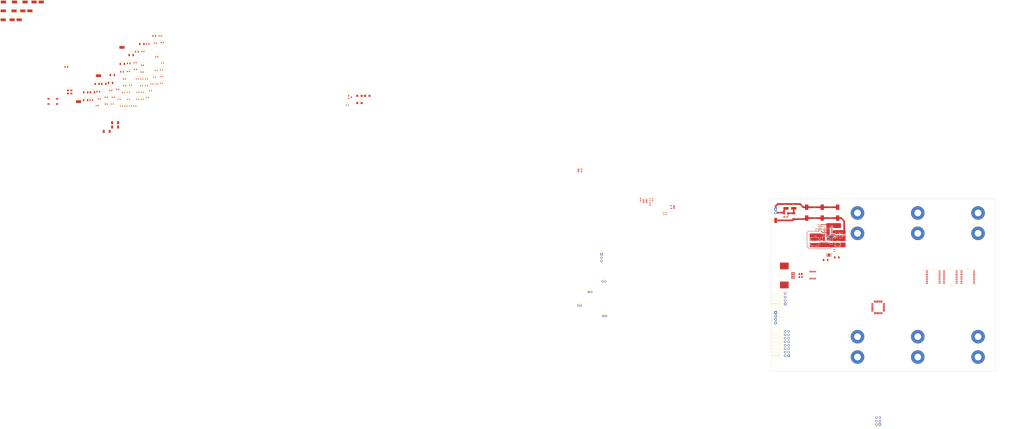
<source format=kicad_pcb>
(kicad_pcb (version 20170123) (host pcbnew "(2017-04-02 revision 2f9be81b1)-makepkg")
  (layers (0 F.Cu signal) (31 B.Cu signal) (34 B.Paste user) (35 F.Paste user) (36 B.SilkS user) (37 F.SilkS user hide) (38 B.Mask user) (39 F.Mask user) (44 Edge.Cuts user))
  (net 0 "")
  (net 1 GND)
  (net 2 +12V)
  (net 3 "Net-(C2-Pad2)")
  (net 4 +5V)
  (net 5 "Net-(C10-Pad1)")
  (net 6 /12V_PROT)
  (net 7 /12V_SEN)
  (net 8 /BUCK_B)
  (net 9 /BUCK_SW)
  (net 10 /~MCU_RST)
  (net 11 /YLW_VB)
  (net 12 /YLW_VS)
  (net 13 /GRN_VS)
  (net 14 /GRN_VB)
  (net 15 /BLU_VS)
  (net 16 /BLU_VB)
  (net 17 /BUCK_FB)
  (net 18 /VIN)
  (net 19 /POS_A)
  (net 20 /POS_B)
  (net 21 /POS_C)
  (net 22 /LINK_CURR)
  (net 23 /CMD_CURR0)
  (net 24 /CMD_CURR1)
  (net 25 /CMD_CURR2)
  (net 26 /CMD_CURR3)
  (net 27 /CMD_CURR4)
  (net 28 /I2C_SCL)
  (net 29 /I2C_SDA)
  (net 30 /PE2)
  (net 31 /PE3)
  (net 32 /TXD)
  (net 33 /RXD)
  (net 34 /MODE/MOSI)
  (net 35 /SHDN/SCK)
  (net 36 /PB4/MISO)
  (net 37 "Net-(JP1-Pad1)")
  (net 38 "Net-(JP2-Pad2)")
  (net 39 "Net-(JP3-Pad2)")
  (net 40 /SD)
  (net 41 "Net-(JP4-Pad1)")
  (net 42 /EX_SD/SCK)
  (net 43 /M_SD/MISO)
  (net 44 /YLW_DRVH)
  (net 45 /VBUS_DET)
  (net 46 "Net-(R8-Pad1)")
  (net 47 /PE0)
  (net 48 /PE1)
  (net 49 "Net-(R16-Pad2)")
  (net 50 "Net-(R17-Pad1)")
  (net 51 /USB_R+)
  (net 52 /USB+)
  (net 53 /USB-)
  (net 54 /USB_R-)
  (net 55 /AREF)
  (net 56 /GLED)
  (net 57 "Net-(D3-Pad1)")
  (net 58 /YLED)
  (net 59 /YLW_DRVH_R)
  (net 60 /YLW_DRVL)
  (net 61 /YLW_DRVL_R)
  (net 62 /GRN_DRVH)
  (net 63 /GRN_DRVH_R)
  (net 64 /GRN_DRVL_R)
  (net 65 /GRN_DRVL)
  (net 66 /BLU_DRVH_R)
  (net 67 /BLU_DRVH)
  (net 68 /BLU_DRVL)
  (net 69 /BLU_DRVL_R)
  (net 70 /CBUS1)
  (net 71 /CBUS2)
  (net 72 /CBUS3)
  (net 73 "Net-(U4-Pad6)")
  (net 74 "Net-(U4-Pad2)")
  (net 75 /YLW_L)
  (net 76 /BLU_H)
  (net 77 /BLU_L)
  (net 78 /GRN_H)
  (net 79 /CLK)
  (net 80 /GRN_L)
  (net 81 /YLW_H)
  (net 82 "Net-(U6-Pad1)")
  (net 83 "Net-(U7-Pad9)")
  (net 84 "Net-(U8-Pad1)")
  (net 85 +12V_HLDP)
  (net 86 +3V3_FTDI)
  (net 87 +5V_USB)
  (net 88 /PGOOD)
  (net 89 +5V_BUCK)
  (net 90 "Net-(D7-Pad1)")
  (net 91 "Net-(D8-Pad1)")
  (net 92 /ULED)
  (net 93 "Net-(Q7-Pad3)")
  (module FritzLib:SOD-128 (layer F.Cu) (at -445.777908 -30.777801)
    (fp_text reference D4)
    (fp_text value PMEG6030ETP)
    (pad 1 smd rect (at 2.19964 0) (size 1.39954 2.19964) (layers F.Cu F.Paste F.Mask) (net 11 /YLW_VB))
    (pad 2 smd rect (at -2.19964 0) (size 1.39954 2.19964) (layers F.Cu F.Paste F.Mask) (net 85 +12V_HLDP))
  )
  (module FritzLib:SOD-128 (layer F.Cu) (at -451.967908 -24.377801)
    (fp_text reference D5)
    (fp_text value PMEG6030ETP)
    (pad 1 smd rect (at 2.19964 0) (size 1.39954 2.19964) (layers F.Cu F.Paste F.Mask) (net 14 /GRN_VB))
    (pad 2 smd rect (at -2.19964 0) (size 1.39954 2.19964) (layers F.Cu F.Paste F.Mask) (net 85 +12V_HLDP))
  )
  (module FritzLib:SOD-128 (layer F.Cu) (at -445.777908 -27.577801)
    (fp_text reference D6)
    (fp_text value PMEG6030ETP)
    (pad 1 smd rect (at 2.19964 0) (size 1.39954 2.19964) (layers F.Cu F.Paste F.Mask) (net 16 /BLU_VB))
    (pad 2 smd rect (at -2.19964 0) (size 1.39954 2.19964) (layers F.Cu F.Paste F.Mask) (net 85 +12V_HLDP))
  )
  (module FritzLib:USB-B_62910416121 (layer F.Cu) (at 38.1 81.865 270)
    (fp_text reference J5 (at 0 -6 270) (layer F.SilkS))
    (fp_text value USB_B)
    (pad 5 smd rect (at -7 -9.58 270) (size 5 6.4) (layers F.Cu F.Paste F.Mask) (net 3 "Net-(C2-Pad2)"))
    (pad "" np_thru_hole circle (at 2.75 -9 270) (size 1.3 1.3) (drill 1.3) (layers *.Cu *.Mask))
    (pad "" np_thru_hole circle (at -2.75 -9 270) (size 1.3 1.3) (drill 1.3) (layers *.Cu *.Mask))
    (pad 4 smd rect (at -1.875 -16 270) (size 0.7 3) (layers F.Cu F.Paste F.Mask) (net 1 GND))
    (pad 3 smd rect (at 0.625 -16 270) (size 0.7 3) (layers F.Cu F.Paste F.Mask) (net 52 /USB+))
    (pad 1 smd rect (at 1.875 -16 270) (size 0.7 3) (layers F.Cu F.Paste F.Mask) (net 87 +5V_USB))
    (pad 2 smd rect (at -0.625 -16 270) (size 0.7 3) (layers F.Cu F.Paste F.Mask) (net 53 /USB-))
    (pad 5 smd rect (at 7 -9.58 270) (size 5 6.4) (layers F.Cu F.Paste F.Mask) (net 3 "Net-(C2-Pad2)"))
  )
  (module Capacitors_SMD:C_0603 (layer F.Cu) (at 48.895 38.735 180)
    (fp_text reference C1 (at 0 -1.5 180) (layer F.SilkS))
    (fp_text value 100nF)
    (pad 2 smd rect (at 0.75 0 180) (size 0.8 0.75) (layers F.Cu F.Paste F.Mask) (net 1 GND))
    (pad 1 smd rect (at -0.75 0 180) (size 0.8 0.75) (layers F.Cu F.Paste F.Mask) (net 2 +12V))
  )
  (module Capacitors_SMD:C_0603 (layer F.Cu) (at -425.849613 -68.068744)
    (fp_text reference C2 (at 0 -1.5) (layer F.SilkS))
    (fp_text value 4.5nF)
    (pad 2 smd rect (at 0.75 0) (size 0.8 0.75) (layers F.Cu F.Paste F.Mask) (net 3 "Net-(C2-Pad2)"))
    (pad 1 smd rect (at -0.75 0) (size 0.8 0.75) (layers F.Cu F.Paste F.Mask) (net 1 GND))
  )
  (module Capacitors_SMD:CP_Elec_10x10.5 (layer F.Cu) (at 86.995 35.56 90)
    (fp_text reference C3 (at 0 6.46 90) (layer F.SilkS))
    (fp_text value 150uF)
    (fp_text user + (at -5.78 4.97 90) (layer F.SilkS))
    (pad 2 smd rect (at 4 0 270) (size 4 2.5) (layers F.Cu F.Paste F.Mask) (net 1 GND))
    (pad 1 smd rect (at -4 0 270) (size 4 2.5) (layers F.Cu F.Paste F.Mask) (net 85 +12V_HLDP))
  )
  (module Capacitors_SMD:CP_Elec_10x10.5 (layer F.Cu) (at 75.565 35.56 90)
    (fp_text reference C4 (at 0 6.46 90) (layer F.SilkS))
    (fp_text value 150uF)
    (fp_text user + (at -5.78 4.97 90) (layer F.SilkS))
    (pad 1 smd rect (at -4 0 270) (size 4 2.5) (layers F.Cu F.Paste F.Mask) (net 85 +12V_HLDP))
    (pad 2 smd rect (at 4 0 270) (size 4 2.5) (layers F.Cu F.Paste F.Mask) (net 1 GND))
  )
  (module Capacitors_SMD:CP_Elec_10x10.5 (layer F.Cu) (at 64.135 35.56 90)
    (fp_text reference C5 (at 0 6.46 90) (layer F.SilkS))
    (fp_text value 150uF)
    (fp_text user + (at -5.78 4.97 90) (layer F.SilkS))
    (pad 2 smd rect (at 4 0 270) (size 4 2.5) (layers F.Cu F.Paste F.Mask) (net 1 GND))
    (pad 1 smd rect (at -4 0 270) (size 4 2.5) (layers F.Cu F.Paste F.Mask) (net 85 +12V_HLDP))
  )
  (module Capacitors_SMD:C_0603 (layer F.Cu) (at -58.42 26.035 270)
    (fp_text reference C6 (at 0 -1.5 270) (layer F.SilkS))
    (fp_text value 100nF)
    (pad 2 smd rect (at 0.75 0 270) (size 0.8 0.75) (layers F.Cu F.Paste F.Mask) (net 1 GND))
    (pad 1 smd rect (at -0.75 0 270) (size 0.8 0.75) (layers F.Cu F.Paste F.Mask) (net 85 +12V_HLDP))
  )
  (module Capacitors_SMD:C_1206 (layer F.Cu) (at 89.333714 52.218614 270)
    (fp_text reference C7 (at 0 -1.75 270) (layer F.SilkS))
    (fp_text value 4.7uF)
    (pad 1 smd rect (at -1.5 0 270) (size 1 1.6) (layers F.Cu F.Paste F.Mask) (net 85 +12V_HLDP))
    (pad 2 smd rect (at 1.5 0 270) (size 1 1.6) (layers F.Cu F.Paste F.Mask) (net 1 GND))
  )
  (module Capacitors_SMD:C_0603 (layer F.Cu) (at -452.281517 -49.528744)
    (fp_text reference C8 (at 0 -1.5) (layer F.SilkS))
    (fp_text value 100nF)
    (pad 1 smd rect (at -0.75 0) (size 0.8 0.75) (layers F.Cu F.Paste F.Mask) (net 4 +5V))
    (pad 2 smd rect (at 0.75 0) (size 0.8 0.75) (layers F.Cu F.Paste F.Mask) (net 1 GND))
  )
  (module Capacitors_SMD:C_0603 (layer F.Cu) (at 86.995 51.583614 270)
    (fp_text reference C9 (at 0 -1.5 270) (layer F.SilkS))
    (fp_text value 100nF)
    (pad 1 smd rect (at -0.75 0 270) (size 0.8 0.75) (layers F.Cu F.Paste F.Mask) (net 85 +12V_HLDP))
    (pad 2 smd rect (at 0.75 0 270) (size 0.8 0.75) (layers F.Cu F.Paste F.Mask) (net 1 GND))
  )
  (module Capacitors_SMD:C_0603 (layer F.Cu) (at -51.435 29.21 270)
    (fp_text reference C10 (at 0 -1.5 270) (layer F.SilkS))
    (fp_text value 100nF)
    (pad 1 smd rect (at -0.75 0 270) (size 0.8 0.75) (layers F.Cu F.Paste F.Mask) (net 5 "Net-(C10-Pad1)"))
    (pad 2 smd rect (at 0.75 0 270) (size 0.8 0.75) (layers F.Cu F.Paste F.Mask) (net 1 GND))
  )
  (module Capacitors_SMD:C_0603 (layer F.Cu) (at -49.53 26.035 270)
    (fp_text reference C11 (at 0 -1.5 270) (layer F.SilkS))
    (fp_text value 100nF)
    (pad 2 smd rect (at 0.75 0 270) (size 0.8 0.75) (layers F.Cu F.Paste F.Mask) (net 1 GND))
    (pad 1 smd rect (at -0.75 0 270) (size 0.8 0.75) (layers F.Cu F.Paste F.Mask) (net 6 /12V_PROT))
  )
  (module Capacitors_SMD:C_0603 (layer F.Cu) (at -416.101517 -89.418744)
    (fp_text reference C12 (at 0 -1.5) (layer F.SilkS))
    (fp_text value 100nF)
    (pad 1 smd rect (at -0.75 0) (size 0.8 0.75) (layers F.Cu F.Paste F.Mask) (net 4 +5V))
    (pad 2 smd rect (at 0.75 0) (size 0.8 0.75) (layers F.Cu F.Paste F.Mask) (net 1 GND))
  )
  (module Capacitors_SMD:C_0603 (layer F.Cu) (at -449.021517 -54.578744)
    (fp_text reference C13 (at 0 -1.5) (layer F.SilkS))
    (fp_text value 100nF)
    (pad 1 smd rect (at -0.75 0) (size 0.8 0.75) (layers F.Cu F.Paste F.Mask) (net 7 /12V_SEN))
    (pad 2 smd rect (at 0.75 0) (size 0.8 0.75) (layers F.Cu F.Paste F.Mask) (net 1 GND))
  )
  (module Capacitors_SMD:C_1206 (layer F.Cu) (at -459.03104 -59.378744)
    (fp_text reference C14 (at 0 -1.75) (layer F.SilkS))
    (fp_text value 4.7uF)
    (pad 2 smd rect (at 1.5 0) (size 1 1.6) (layers F.Cu F.Paste F.Mask) (net 1 GND))
    (pad 1 smd rect (at -1.5 0) (size 1 1.6) (layers F.Cu F.Paste F.Mask) (net 4 +5V))
  )
  (module Capacitors_SMD:C_0603 (layer F.Cu) (at -435.931517 -68.498744)
    (fp_text reference C15 (at 0 -1.5) (layer F.SilkS))
    (fp_text value 100nF)
    (pad 1 smd rect (at -0.75 0) (size 0.8 0.75) (layers F.Cu F.Paste F.Mask) (net 86 +3V3_FTDI))
    (pad 2 smd rect (at 0.75 0) (size 0.8 0.75) (layers F.Cu F.Paste F.Mask) (net 1 GND))
  )
  (module Capacitors_SMD:C_0603 (layer F.Cu) (at 84.963 52.959 270)
    (fp_text reference C16 (at 0 -1.5 270) (layer F.SilkS))
    (fp_text value 100nF)
    (pad 1 smd rect (at -0.75 0 270) (size 0.8 0.75) (layers F.Cu F.Paste F.Mask) (net 8 /BUCK_B))
    (pad 2 smd rect (at 0.75 0 270) (size 0.8 0.75) (layers F.Cu F.Paste F.Mask) (net 9 /BUCK_SW))
  )
  (module Capacitors_SMD:C_0603 (layer F.Cu) (at -457.441517 -48.378744)
    (fp_text reference C17 (at 0 -1.5) (layer F.SilkS))
    (fp_text value 100nF)
    (pad 2 smd rect (at 0.75 0) (size 0.8 0.75) (layers F.Cu F.Paste F.Mask) (net 1 GND))
    (pad 1 smd rect (at -0.75 0) (size 0.8 0.75) (layers F.Cu F.Paste F.Mask) (net 4 +5V))
  )
  (module Capacitors_SMD:C_0603 (layer F.Cu) (at -425.321517 -83.218744)
    (fp_text reference C18 (at 0 -1.5) (layer F.SilkS))
    (fp_text value 100nF)
    (pad 2 smd rect (at 0.75 0) (size 0.8 0.75) (layers F.Cu F.Paste F.Mask) (net 1 GND))
    (pad 1 smd rect (at -0.75 0) (size 0.8 0.75) (layers F.Cu F.Paste F.Mask) (net 4 +5V))
  )
  (module Capacitors_SMD:C_0603 (layer F.Cu) (at -438.701517 -57.998744)
    (fp_text reference C19 (at 0 -1.5) (layer F.SilkS))
    (fp_text value 100nF)
    (pad 2 smd rect (at 0.75 0) (size 0.8 0.75) (layers F.Cu F.Paste F.Mask) (net 1 GND))
    (pad 1 smd rect (at -0.75 0) (size 0.8 0.75) (layers F.Cu F.Paste F.Mask) (net 4 +5V))
  )
  (module Capacitors_SMD:C_1206 (layer F.Cu) (at -447.81104 -65.928744)
    (fp_text reference C20 (at 0 -1.75) (layer F.SilkS))
    (fp_text value 4.7uF)
    (pad 1 smd rect (at -1.5 0) (size 1 1.6) (layers F.Cu F.Paste F.Mask) (net 4 +5V))
    (pad 2 smd rect (at 1.5 0) (size 1 1.6) (layers F.Cu F.Paste F.Mask) (net 1 GND))
  )
  (module Capacitors_SMD:C_1206 (layer F.Cu) (at 82.348714 56.896 90)
    (fp_text reference C21 (at 0 -1.75 90) (layer F.SilkS))
    (fp_text value 4.7uF)
    (pad 1 smd rect (at -1.5 0 90) (size 1 1.6) (layers F.Cu F.Paste F.Mask) (net 89 +5V_BUCK))
    (pad 2 smd rect (at 1.5 0 90) (size 1 1.6) (layers F.Cu F.Paste F.Mask) (net 1 GND))
  )
  (module Capacitors_SMD:C_0603 (layer F.Cu) (at -425.611517 -73.118744)
    (fp_text reference C22 (at 0 -1.5) (layer F.SilkS))
    (fp_text value 100nF)
    (pad 2 smd rect (at 0.75 0) (size 0.8 0.75) (layers F.Cu F.Paste F.Mask) (net 1 GND))
    (pad 1 smd rect (at -0.75 0) (size 0.8 0.75) (layers F.Cu F.Paste F.Mask) (net 4 +5V))
  )
  (module Capacitors_SMD:C_0603 (layer F.Cu) (at -452.281517 -44.478744)
    (fp_text reference C23 (at 0 -1.5) (layer F.SilkS))
    (fp_text value 100nF)
    (pad 2 smd rect (at 0.75 0) (size 0.8 0.75) (layers F.Cu F.Paste F.Mask) (net 1 GND))
    (pad 1 smd rect (at -0.75 0) (size 0.8 0.75) (layers F.Cu F.Paste F.Mask) (net 4 +5V))
  )
  (module Capacitors_SMD:C_0603 (layer F.Cu) (at 74.728714 45.233614 90)
    (fp_text reference C24 (at 0 -1.5 -90) (layer F.SilkS))
    (fp_text value 100nF)
    (pad 1 smd rect (at -0.75 0 90) (size 0.8 0.75) (layers F.Cu F.Paste F.Mask) (net 88 /PGOOD))
    (pad 2 smd rect (at 0.75 0 90) (size 0.8 0.75) (layers F.Cu F.Paste F.Mask) (net 1 GND))
  )
  (module Capacitors_SMD:C_1206 (layer F.Cu) (at -467.45104 -53.158744)
    (fp_text reference C25 (at 0 -1.75) (layer F.SilkS))
    (fp_text value 4.7uF)
    (pad 2 smd rect (at 1.5 0) (size 1 1.6) (layers F.Cu F.Paste F.Mask) (net 1 GND))
    (pad 1 smd rect (at -1.5 0) (size 1 1.6) (layers F.Cu F.Paste F.Mask) (net 89 +5V_BUCK))
  )
  (module Capacitors_SMD:C_1206 (layer F.Cu) (at 78.105 70.485 180)
    (fp_text reference C26 (at 0 -1.75 180) (layer F.SilkS))
    (fp_text value 4.7uF)
    (pad 2 smd rect (at 1.5 0 180) (size 1 1.6) (layers F.Cu F.Paste F.Mask) (net 1 GND))
    (pad 1 smd rect (at -1.5 0 180) (size 1 1.6) (layers F.Cu F.Paste F.Mask) (net 87 +5V_USB))
  )
  (module Capacitors_SMD:C_0603 (layer F.Cu) (at -447.121517 -49.528744)
    (fp_text reference C27 (at 0 -1.5) (layer F.SilkS))
    (fp_text value 100nF)
    (pad 2 smd rect (at 0.75 0) (size 0.8 0.75) (layers F.Cu F.Paste F.Mask) (net 1 GND))
    (pad 1 smd rect (at -0.75 0) (size 0.8 0.75) (layers F.Cu F.Paste F.Mask) (net 10 /~MCU_RST))
  )
  (module Capacitors_SMD:C_1206 (layer F.Cu) (at 86.36 68.58)
    (fp_text reference C28 (at 0 -1.75) (layer F.SilkS))
    (fp_text value 4.7uF)
    (pad 1 smd rect (at -1.5 0) (size 1 1.6) (layers F.Cu F.Paste F.Mask) (net 4 +5V))
    (pad 2 smd rect (at 1.5 0) (size 1 1.6) (layers F.Cu F.Paste F.Mask) (net 1 GND))
  )
  (module Capacitors_SMD:C_1206 (layer F.Cu) (at -426.04104 -88.768744)
    (fp_text reference C29 (at 0 -1.75) (layer F.SilkS))
    (fp_text value 4.7uF)
    (pad 1 smd rect (at -1.5 0) (size 1 1.6) (layers F.Cu F.Paste F.Mask) (net 4 +5V))
    (pad 2 smd rect (at 1.5 0) (size 1 1.6) (layers F.Cu F.Paste F.Mask) (net 1 GND))
  )
  (module Capacitors_SMD:C_0603 (layer F.Cu) (at -415.001517 -79.318744)
    (fp_text reference C30 (at 0 -1.5) (layer F.SilkS))
    (fp_text value 100nF)
    (pad 2 smd rect (at 0.75 0) (size 0.8 0.75) (layers F.Cu F.Paste F.Mask) (net 1 GND))
    (pad 1 smd rect (at -0.75 0) (size 0.8 0.75) (layers F.Cu F.Paste F.Mask) (net 4 +5V))
  )
  (module Capacitors_SMD:C_0603 (layer F.Cu) (at -430.981517 -75.048744)
    (fp_text reference C31 (at 0 -1.5) (layer F.SilkS))
    (fp_text value 100nF)
    (pad 1 smd rect (at -0.75 0) (size 0.8 0.75) (layers F.Cu F.Paste F.Mask) (net 4 +5V))
    (pad 2 smd rect (at 0.75 0) (size 0.8 0.75) (layers F.Cu F.Paste F.Mask) (net 1 GND))
  )
  (module Capacitors_SMD:C_0603 (layer F.Cu) (at -412.551517 -94.868744)
    (fp_text reference C32 (at 0 -1.5) (layer F.SilkS))
    (fp_text value 100nF)
    (pad 1 smd rect (at -0.75 0) (size 0.8 0.75) (layers F.Cu F.Paste F.Mask) (net 4 +5V))
    (pad 2 smd rect (at 0.75 0) (size 0.8 0.75) (layers F.Cu F.Paste F.Mask) (net 1 GND))
  )
  (module Capacitors_SMD:C_0603 (layer F.Cu) (at -443.861517 -55.328744)
    (fp_text reference C33 (at 0 -1.5) (layer F.SilkS))
    (fp_text value 100nF)
    (pad 1 smd rect (at -0.75 0) (size 0.8 0.75) (layers F.Cu F.Paste F.Mask) (net 4 +5V))
    (pad 2 smd rect (at 0.75 0) (size 0.8 0.75) (layers F.Cu F.Paste F.Mask) (net 1 GND))
  )
  (module Capacitors_SMD:C_1206 (layer F.Cu) (at -449.13104 -60.128744)
    (fp_text reference C34 (at 0 -1.75) (layer F.SilkS))
    (fp_text value 4.7uF)
    (pad 1 smd rect (at -1.5 0) (size 1 1.6) (layers F.Cu F.Paste F.Mask) (net 11 /YLW_VB))
    (pad 2 smd rect (at 1.5 0) (size 1 1.6) (layers F.Cu F.Paste F.Mask) (net 12 /YLW_VS))
  )
  (module Capacitors_SMD:C_1206 (layer F.Cu) (at -467.55104 -47.358744)
    (fp_text reference C35 (at 0 -1.75) (layer F.SilkS))
    (fp_text value 4.7uF)
    (pad 2 smd rect (at 1.5 0) (size 1 1.6) (layers F.Cu F.Paste F.Mask) (net 13 /GRN_VS))
    (pad 1 smd rect (at -1.5 0) (size 1 1.6) (layers F.Cu F.Paste F.Mask) (net 14 /GRN_VB))
  )
  (module Capacitors_SMD:C_1206 (layer F.Cu) (at -462.50104 -53.158744)
    (fp_text reference C36 (at 0 -1.75) (layer F.SilkS))
    (fp_text value 4.7uF)
    (pad 2 smd rect (at 1.5 0) (size 1 1.6) (layers F.Cu F.Paste F.Mask) (net 15 /BLU_VS))
    (pad 1 smd rect (at -1.5 0) (size 1 1.6) (layers F.Cu F.Paste F.Mask) (net 16 /BLU_VB))
  )
  (module Capacitors_SMD:C_1206 (layer F.Cu) (at -440.44104 -74.048744)
    (fp_text reference C37 (at 0 -1.75) (layer F.SilkS))
    (fp_text value 4.7uF)
    (pad 2 smd rect (at 1.5 0) (size 1 1.6) (layers F.Cu F.Paste F.Mask) (net 1 GND))
    (pad 1 smd rect (at -1.5 0) (size 1 1.6) (layers F.Cu F.Paste F.Mask) (net 85 +12V_HLDP))
  )
  (module Capacitors_SMD:C_1206 (layer F.Cu) (at -433.93104 -80.598744)
    (fp_text reference C38 (at 0 -1.75) (layer F.SilkS))
    (fp_text value 4.7uF)
    (pad 1 smd rect (at -1.5 0) (size 1 1.6) (layers F.Cu F.Paste F.Mask) (net 85 +12V_HLDP))
    (pad 2 smd rect (at 1.5 0) (size 1 1.6) (layers F.Cu F.Paste F.Mask) (net 1 GND))
  )
  (module Capacitors_SMD:C_1206 (layer F.Cu) (at -454.08104 -59.378744)
    (fp_text reference C39 (at 0 -1.75) (layer F.SilkS))
    (fp_text value 4.7uF)
    (pad 2 smd rect (at 1.5 0) (size 1 1.6) (layers F.Cu F.Paste F.Mask) (net 1 GND))
    (pad 1 smd rect (at -1.5 0) (size 1 1.6) (layers F.Cu F.Paste F.Mask) (net 85 +12V_HLDP))
  )
  (module Capacitors_SMD:C_0603 (layer F.Cu) (at -430.771517 -69.998744)
    (fp_text reference C40 (at 0 -1.5) (layer F.SilkS))
    (fp_text value 100nF)
    (pad 1 smd rect (at -0.75 0) (size 0.8 0.75) (layers F.Cu F.Paste F.Mask) (net 85 +12V_HLDP))
    (pad 2 smd rect (at 0.75 0) (size 0.8 0.75) (layers F.Cu F.Paste F.Mask) (net 1 GND))
  )
  (module Capacitors_SMD:C_0603 (layer F.Cu) (at -458.941517 -43.328744)
    (fp_text reference C41 (at 0 -1.5) (layer F.SilkS))
    (fp_text value 100nF)
    (pad 2 smd rect (at 0.75 0) (size 0.8 0.75) (layers F.Cu F.Paste F.Mask) (net 1 GND))
    (pad 1 smd rect (at -0.75 0) (size 0.8 0.75) (layers F.Cu F.Paste F.Mask) (net 85 +12V_HLDP))
  )
  (module Capacitors_SMD:C_0603 (layer F.Cu) (at -410.941517 -89.818744)
    (fp_text reference C42 (at 0 -1.5) (layer F.SilkS))
    (fp_text value 100nF)
    (pad 2 smd rect (at 0.75 0) (size 0.8 0.75) (layers F.Cu F.Paste F.Mask) (net 1 GND))
    (pad 1 smd rect (at -0.75 0) (size 0.8 0.75) (layers F.Cu F.Paste F.Mask) (net 85 +12V_HLDP))
  )
  (module Capacitors_SMD:C_0603 (layer F.Cu) (at 70.993 48.387 90)
    (fp_text reference C43 (at 0 -1.5 90) (layer F.SilkS))
    (fp_text value 27pF)
    (pad 2 smd rect (at 0.75 0 90) (size 0.8 0.75) (layers F.Cu F.Paste F.Mask) (net 17 /BUCK_FB))
    (pad 1 smd rect (at -0.75 0 90) (size 0.8 0.75) (layers F.Cu F.Paste F.Mask) (net 89 +5V_BUCK))
  )
  (module Capacitors_SMD:C_0603 (layer F.Cu) (at -438.911517 -63.048744)
    (fp_text reference C44 (at 0 -1.5) (layer F.SilkS))
    (fp_text value 100nF)
    (pad 1 smd rect (at -0.75 0) (size 0.8 0.75) (layers F.Cu F.Paste F.Mask) (net 87 +5V_USB))
    (pad 2 smd rect (at 0.75 0) (size 0.8 0.75) (layers F.Cu F.Paste F.Mask) (net 1 GND))
  )
  (module Pin_Headers:Pin_Header_Angled_1x04_Pitch2.54mm (layer F.Cu) (at 48.26 102.87 180)
    (fp_text reference J4 (at 4.315 -2.27 180) (layer F.SilkS))
    (fp_text value UART)
    (pad 1 thru_hole rect (at 0 0 180) (size 1.7 1.7) (drill 1) (layers *.Cu *.Mask) (net 1 GND))
    (pad 2 thru_hole oval (at 0 2.54 180) (size 1.7 1.7) (drill 1) (layers *.Cu *.Mask) (net 33 /RXD))
    (pad 3 thru_hole oval (at 0 5.08 180) (size 1.7 1.7) (drill 1) (layers *.Cu *.Mask) (net 32 /TXD))
    (pad 4 thru_hole oval (at 0 7.62 180) (size 1.7 1.7) (drill 1) (layers *.Cu *.Mask) (net 1 GND))
  )
  (module Pin_Headers:Pin_Header_Straight_2x01_Pitch2.00mm (layer F.Cu) (at -104.14 104.14)
    (fp_text reference JP1 (at 1 -2.06) (layer F.SilkS))
    (fp_text value HALL_P_EN)
    (pad 1 thru_hole rect (at 0 0) (size 1.35 1.35) (drill 0.8) (layers *.Cu *.Mask) (net 37 "Net-(JP1-Pad1)"))
    (pad 2 thru_hole oval (at 2 0) (size 1.35 1.35) (drill 0.8) (layers *.Cu *.Mask) (net 4 +5V))
  )
  (module Pin_Headers:Pin_Header_Straight_2x01_Pitch2.00mm (layer F.Cu) (at -85.82 111.76)
    (fp_text reference JP2 (at 1 -2.06) (layer F.SilkS))
    (fp_text value I2C_SDA)
    (pad 2 thru_hole oval (at 2 0) (size 1.35 1.35) (drill 0.8) (layers *.Cu *.Mask) (net 38 "Net-(JP2-Pad2)"))
    (pad 1 thru_hole rect (at 0 0) (size 1.35 1.35) (drill 0.8) (layers *.Cu *.Mask) (net 28 /I2C_SCL))
  )
  (module Pin_Headers:Pin_Header_Straight_2x01_Pitch2.00mm (layer F.Cu) (at -86.36 86.36)
    (fp_text reference JP3 (at 1 -2.06) (layer F.SilkS))
    (fp_text value I2C_SCL)
    (pad 1 thru_hole rect (at 0 0) (size 1.35 1.35) (drill 0.8) (layers *.Cu *.Mask) (net 29 /I2C_SDA))
    (pad 2 thru_hole oval (at 2 0) (size 1.35 1.35) (drill 0.8) (layers *.Cu *.Mask) (net 39 "Net-(JP3-Pad2)"))
  )
  (module Pin_Headers:Pin_Header_Straight_2x01_Pitch2.00mm (layer F.Cu) (at -96.52 93.98)
    (fp_text reference JP4 (at 1 -2.06) (layer F.SilkS))
    (fp_text value SD)
    (pad 2 thru_hole oval (at 2 0) (size 1.35 1.35) (drill 0.8) (layers *.Cu *.Mask) (net 40 /SD))
    (pad 1 thru_hole rect (at 0 0) (size 1.35 1.35) (drill 0.8) (layers *.Cu *.Mask) (net 41 "Net-(JP4-Pad1)"))
  )
  (module Pin_Headers:Pin_Header_Straight_1x03_Pitch2.54mm (layer F.Cu) (at -87.122 66.167)
    (fp_text reference JP5 (at 0 -2.33) (layer F.SilkS))
    (fp_text value SHDN_SELECT)
    (pad 3 thru_hole oval (at 0 5.08) (size 1.7 1.7) (drill 1) (layers *.Cu *.Mask) (net 42 /EX_SD/SCK))
    (pad 2 thru_hole oval (at 0 2.54) (size 1.7 1.7) (drill 1) (layers *.Cu *.Mask) (net 40 /SD))
    (pad 1 thru_hole rect (at 0 0) (size 1.7 1.7) (drill 1) (layers *.Cu *.Mask) (net 43 /M_SD/MISO))
  )
  (module Resistors_SMD:R_0603 (layer F.Cu) (at -419.61104 -54.318744)
    (fp_text reference R1 (at 0 -1.45) (layer F.SilkS))
    (fp_text value 1M)
    (pad 2 smd rect (at 0.75 0) (size 0.5 0.9) (layers F.Cu F.Paste F.Mask) (net 1 GND))
    (pad 1 smd rect (at -0.75 0) (size 0.5 0.9) (layers F.Cu F.Paste F.Mask) (net 3 "Net-(C2-Pad2)"))
  )
  (module Resistors_SMD:R_0603 (layer F.Cu) (at -434.463898 -42.998744)
    (fp_text reference R2 (at 0 -1.45) (layer F.SilkS))
    (fp_text value 10k)
    (pad 2 smd rect (at 0.75 0) (size 0.5 0.9) (layers F.Cu F.Paste F.Mask) (net 37 "Net-(JP1-Pad1)"))
    (pad 1 smd rect (at -0.75 0) (size 0.5 0.9) (layers F.Cu F.Paste F.Mask) (net 19 /POS_A))
  )
  (module Resistors_SMD:R_0603 (layer F.Cu) (at -411.743898 -64.768744)
    (fp_text reference R3 (at 0 -1.45) (layer F.SilkS))
    (fp_text value 10k)
    (pad 1 smd rect (at -0.75 0) (size 0.5 0.9) (layers F.Cu F.Paste F.Mask) (net 20 /POS_B))
    (pad 2 smd rect (at 0.75 0) (size 0.5 0.9) (layers F.Cu F.Paste F.Mask) (net 37 "Net-(JP1-Pad1)"))
  )
  (module Resistors_SMD:R_0603 (layer F.Cu) (at -418.693898 -59.318744)
    (fp_text reference R3k1 (at 0 -1.45) (layer F.SilkS))
    (fp_text value 10k)
    (pad 1 smd rect (at -0.75 0) (size 0.5 0.9) (layers F.Cu F.Paste F.Mask) (net 12 /YLW_VS))
    (pad 2 smd rect (at 0.75 0) (size 0.5 0.9) (layers F.Cu F.Paste F.Mask) (net 44 /YLW_DRVH))
  )
  (module Resistors_SMD:R_0603 (layer F.Cu) (at -436.013898 -47.998744)
    (fp_text reference R4 (at 0 -1.45) (layer F.SilkS))
    (fp_text value 10k)
    (pad 1 smd rect (at -0.75 0) (size 0.5 0.9) (layers F.Cu F.Paste F.Mask) (net 21 /POS_C))
    (pad 2 smd rect (at 0.75 0) (size 0.5 0.9) (layers F.Cu F.Paste F.Mask) (net 37 "Net-(JP1-Pad1)"))
  )
  (module Resistors_SMD:R_0603 (layer F.Cu) (at -429.013898 -48.068744)
    (fp_text reference R5 (at 0 -1.45) (layer F.SilkS))
    (fp_text value 10k)
    (pad 2 smd rect (at 0.75 0) (size 0.5 0.9) (layers F.Cu F.Paste F.Mask) (net 4 +5V))
    (pad 1 smd rect (at -0.75 0) (size 0.5 0.9) (layers F.Cu F.Paste F.Mask) (net 38 "Net-(JP2-Pad2)"))
  )
  (module Resistors_SMD:R_0603 (layer F.Cu) (at -441.173898 -42.998744)
    (fp_text reference R6 (at 0 -1.45) (layer F.SilkS))
    (fp_text value 10k)
    (pad 2 smd rect (at 0.75 0) (size 0.5 0.9) (layers F.Cu F.Paste F.Mask) (net 4 +5V))
    (pad 1 smd rect (at -0.75 0) (size 0.5 0.9) (layers F.Cu F.Paste F.Mask) (net 38 "Net-(JP2-Pad2)"))
  )
  (module Resistors_SMD:R_0603 (layer F.Cu) (at -431.203898 -43.068744)
    (fp_text reference R7 (at 0 -1.45) (layer F.SilkS))
    (fp_text value 10k)
    (pad 1 smd rect (at -0.75 0) (size 0.5 0.9) (layers F.Cu F.Paste F.Mask) (net 45 /VBUS_DET))
    (pad 2 smd rect (at 0.75 0) (size 0.5 0.9) (layers F.Cu F.Paste F.Mask) (net 87 +5V_USB))
  )
  (module Resistors_SMD:R_0603 (layer F.Cu) (at -425.753898 -48.068744)
    (fp_text reference R8 (at 0 -1.45) (layer F.SilkS))
    (fp_text value 10k)
    (pad 1 smd rect (at -0.75 0) (size 0.5 0.9) (layers F.Cu F.Paste F.Mask) (net 46 "Net-(R8-Pad1)"))
    (pad 2 smd rect (at 0.75 0) (size 0.5 0.9) (layers F.Cu F.Paste F.Mask) (net 45 /VBUS_DET))
  )
  (module Resistors_SMD:R_0603 (layer F.Cu) (at -414.933898 -59.318744)
    (fp_text reference R9 (at 0 -1.45) (layer F.SilkS))
    (fp_text value 10k)
    (pad 2 smd rect (at 0.75 0) (size 0.5 0.9) (layers F.Cu F.Paste F.Mask) (net 46 "Net-(R8-Pad1)"))
    (pad 1 smd rect (at -0.75 0) (size 0.5 0.9) (layers F.Cu F.Paste F.Mask) (net 1 GND))
  )
  (module Resistors_SMD:R_0603 (layer F.Cu) (at -422.01866 -49.318744)
    (fp_text reference R10 (at 0 -1.45) (layer F.SilkS))
    (fp_text value 10k)
    (pad 2 smd rect (at 0.75 0) (size 0.5 0.9) (layers F.Cu F.Paste F.Mask) (net 4 +5V))
    (pad 1 smd rect (at -0.75 0) (size 0.5 0.9) (layers F.Cu F.Paste F.Mask) (net 39 "Net-(JP3-Pad2)"))
  )
  (module Resistors_SMD:R_0603 (layer F.Cu) (at -411.57866 -59.768744)
    (fp_text reference R11 (at 0 -1.45) (layer F.SilkS))
    (fp_text value 10k)
    (pad 1 smd rect (at -0.75 0) (size 0.5 0.9) (layers F.Cu F.Paste F.Mask) (net 39 "Net-(JP3-Pad2)"))
    (pad 2 smd rect (at 0.75 0) (size 0.5 0.9) (layers F.Cu F.Paste F.Mask) (net 4 +5V))
  )
  (module Resistors_SMD:R_0603 (layer F.Cu) (at -425.46866 -53.068744)
    (fp_text reference R12 (at 0 -1.45) (layer F.SilkS))
    (fp_text value 0R)
    (pad 2 smd rect (at 0.75 0) (size 0.5 0.9) (layers F.Cu F.Paste F.Mask) (net 28 /I2C_SCL))
    (pad 1 smd rect (at -0.75 0) (size 0.5 0.9) (layers F.Cu F.Paste F.Mask) (net 47 /PE0))
  )
  (module Resistors_SMD:R_0603 (layer F.Cu) (at -439.55866 -52.998744)
    (fp_text reference R13 (at 0 -1.45) (layer F.SilkS))
    (fp_text value 0R)
    (pad 1 smd rect (at -0.75 0) (size 0.5 0.9) (layers F.Cu F.Paste F.Mask) (net 48 /PE1))
    (pad 2 smd rect (at 0.75 0) (size 0.5 0.9) (layers F.Cu F.Paste F.Mask) (net 29 /I2C_SDA))
  )
  (module Resistors_SMD:R_0603 (layer F.Cu) (at -425.99866 -63.068744)
    (fp_text reference R14 (at 0 -1.45) (layer F.SilkS))
    (fp_text value 0R)
    (pad 1 smd rect (at -0.75 0) (size 0.5 0.9) (layers F.Cu F.Paste F.Mask) (net 48 /PE1))
    (pad 2 smd rect (at 0.75 0) (size 0.5 0.9) (layers F.Cu F.Paste F.Mask) (net 4 +5V))
  )
  (module Resistors_SMD:R_0603 (layer F.Cu) (at -429.44866 -63.068744)
    (fp_text reference R15 (at 0 -1.45) (layer F.SilkS))
    (fp_text value 0R)
    (pad 2 smd rect (at 0.75 0) (size 0.5 0.9) (layers F.Cu F.Paste F.Mask) (net 1 GND))
    (pad 1 smd rect (at -0.75 0) (size 0.5 0.9) (layers F.Cu F.Paste F.Mask) (net 47 /PE0))
  )
  (module Resistors_SMD:R_0603 (layer F.Cu) (at -51.435 26.035 270)
    (fp_text reference R16 (at 0 -1.45 270) (layer F.SilkS))
    (fp_text value 0R)
    (pad 2 smd rect (at 0.75 0 270) (size 0.5 0.9) (layers F.Cu F.Paste F.Mask) (net 49 "Net-(R16-Pad2)"))
    (pad 1 smd rect (at -0.75 0 270) (size 0.5 0.9) (layers F.Cu F.Paste F.Mask) (net 6 /12V_PROT))
  )
  (module Resistors_SMD:R_0603 (layer F.Cu) (at 82.348714 45.868614 180)
    (fp_text reference R17 (at 0 -1.45 180) (layer F.SilkS))
    (fp_text value 45.3k)
    (pad 2 smd rect (at 0.75 0 180) (size 0.5 0.9) (layers F.Cu F.Paste F.Mask) (net 1 GND))
    (pad 1 smd rect (at -0.75 0 180) (size 0.5 0.9) (layers F.Cu F.Paste F.Mask) (net 50 "Net-(R17-Pad1)"))
  )
  (module Resistors_SMD:R_0603 (layer F.Cu) (at -41.275 36.195 90)
    (fp_text reference R18 (at 0 -1.45 90) (layer F.SilkS))
    (fp_text value 26.1k)
    (pad 2 smd rect (at 0.75 0 90) (size 0.5 0.9) (layers F.Cu F.Paste F.Mask) (net 7 /12V_SEN))
    (pad 1 smd rect (at -0.75 0 90) (size 0.5 0.9) (layers F.Cu F.Paste F.Mask) (net 6 /12V_PROT))
  )
  (module Resistors_SMD:R_0603 (layer F.Cu) (at -39.485 36.195 90)
    (fp_text reference R19 (at 0 -1.45 90) (layer F.SilkS))
    (fp_text value 10k)
    (pad 2 smd rect (at 0.75 0 90) (size 0.5 0.9) (layers F.Cu F.Paste F.Mask) (net 1 GND))
    (pad 1 smd rect (at -0.75 0 90) (size 0.5 0.9) (layers F.Cu F.Paste F.Mask) (net 7 /12V_SEN))
  )
  (module Resistors_SMD:R_0603 (layer F.Cu) (at -434.39866 -58.448744)
    (fp_text reference R20 (at 0 -1.45) (layer F.SilkS))
    (fp_text value 27R)
    (pad 1 smd rect (at -0.75 0) (size 0.5 0.9) (layers F.Cu F.Paste F.Mask) (net 51 /USB_R+))
    (pad 2 smd rect (at 0.75 0) (size 0.5 0.9) (layers F.Cu F.Paste F.Mask) (net 52 /USB+))
  )
  (module Resistors_SMD:R_0603 (layer F.Cu) (at -447.97866 -44.528744)
    (fp_text reference R21 (at 0 -1.45) (layer F.SilkS))
    (fp_text value 27R)
    (pad 2 smd rect (at 0.75 0) (size 0.5 0.9) (layers F.Cu F.Paste F.Mask) (net 53 /USB-))
    (pad 1 smd rect (at -0.75 0) (size 0.5 0.9) (layers F.Cu F.Paste F.Mask) (net 54 /USB_R-))
  )
  (module Resistors_SMD:R_0603 (layer F.Cu) (at -435.965803 -52.998744)
    (fp_text reference R22 (at 0 -1.45) (layer F.SilkS))
    (fp_text value 6.8k)
    (pad 2 smd rect (at 0.75 0) (size 0.5 0.9) (layers F.Cu F.Paste F.Mask) (net 55 /AREF))
    (pad 1 smd rect (at -0.75 0) (size 0.5 0.9) (layers F.Cu F.Paste F.Mask) (net 4 +5V))
  )
  (module Resistors_SMD:R_0603 (layer F.Cu) (at -442.81866 -47.998744)
    (fp_text reference R23 (at 0 -1.45) (layer F.SilkS))
    (fp_text value 10k)
    (pad 1 smd rect (at -0.75 0) (size 0.5 0.9) (layers F.Cu F.Paste F.Mask) (net 55 /AREF))
    (pad 2 smd rect (at 0.75 0) (size 0.5 0.9) (layers F.Cu F.Paste F.Mask) (net 1 GND))
  )
  (module Resistors_SMD:R_0603 (layer F.Cu) (at -415.477708 -69.318744)
    (fp_text reference R24 (at 0 -1.45) (layer F.SilkS))
    (fp_text value 470k)
    (pad 1 smd rect (at -0.75 0) (size 0.5 0.9) (layers F.Cu F.Paste F.Mask) (net 56 /GLED))
    (pad 2 smd rect (at 0.75 0) (size 0.5 0.9) (layers F.Cu F.Paste F.Mask) (net 55 /AREF))
  )
  (module Resistors_SMD:R_0603 (layer F.Cu) (at 72.823714 48.408614 90)
    (fp_text reference R25 (at 0 -1.45 90) (layer F.SilkS))
    (fp_text value 68k)
    (pad 1 smd rect (at -0.75 0 90) (size 0.5 0.9) (layers F.Cu F.Paste F.Mask) (net 89 +5V_BUCK))
    (pad 2 smd rect (at 0.75 0 90) (size 0.5 0.9) (layers F.Cu F.Paste F.Mask) (net 17 /BUCK_FB))
  )
  (module Resistors_SMD:R_0603 (layer F.Cu) (at 74.728714 48.408614 270)
    (fp_text reference R26 (at 0 -1.45 270) (layer F.SilkS))
    (fp_text value 12k)
    (pad 2 smd rect (at 0.75 0 270) (size 0.5 0.9) (layers F.Cu F.Paste F.Mask) (net 1 GND))
    (pad 1 smd rect (at -0.75 0 270) (size 0.5 0.9) (layers F.Cu F.Paste F.Mask) (net 17 /BUCK_FB))
  )
  (module Resistors_SMD:R_0603 (layer F.Cu) (at 72.823714 45.233614 270)
    (fp_text reference R27 (at 0 -1.45 270) (layer F.SilkS))
    (fp_text value 10k)
    (pad 2 smd rect (at 0.75 0 270) (size 0.5 0.9) (layers F.Cu F.Paste F.Mask) (net 88 /PGOOD))
    (pad 1 smd rect (at -0.75 0 270) (size 0.5 0.9) (layers F.Cu F.Paste F.Mask) (net 89 +5V_BUCK))
  )
  (module Resistors_SMD:R_0603 (layer F.Cu) (at -422.54866 -63.068744)
    (fp_text reference R28 (at 0 -1.45) (layer F.SilkS))
    (fp_text value 10k)
    (pad 1 smd rect (at -0.75 0) (size 0.5 0.9) (layers F.Cu F.Paste F.Mask) (net 32 /TXD))
    (pad 2 smd rect (at 0.75 0) (size 0.5 0.9) (layers F.Cu F.Paste F.Mask) (net 4 +5V))
  )
  (module Resistors_SMD:R_0805 (layer F.Cu) (at -435.76247 -74.518744)
    (fp_text reference R29 (at 0 -1.65) (layer F.SilkS))
    (fp_text value 180R)
    (pad 2 smd rect (at 0.95 0) (size 0.7 1.3) (layers F.Cu F.Paste F.Mask) (net 56 /GLED))
    (pad 1 smd rect (at -0.95 0) (size 0.7 1.3) (layers F.Cu F.Paste F.Mask) (net 57 "Net-(D3-Pad1)"))
  )
  (module Resistors_SMD:R_0805 (layer F.Cu) (at -440.71247 -68.348744)
    (fp_text reference R30 (at 0 -1.65) (layer F.SilkS))
    (fp_text value 180R)
    (pad 1 smd rect (at -0.95 0) (size 0.7 1.3) (layers F.Cu F.Paste F.Mask) (net 91 "Net-(D8-Pad1)"))
    (pad 2 smd rect (at 0.95 0) (size 0.7 1.3) (layers F.Cu F.Paste F.Mask) (net 58 /YLED))
  )
  (module Resistors_SMD:R_0603 (layer F.Cu) (at -410.69866 -74.768744)
    (fp_text reference R31 (at 0 -1.45) (layer F.SilkS))
    (fp_text value 10k)
    (pad 1 smd rect (at -0.75 0) (size 0.5 0.9) (layers F.Cu F.Paste F.Mask) (net 10 /~MCU_RST))
    (pad 2 smd rect (at 0.75 0) (size 0.5 0.9) (layers F.Cu F.Paste F.Mask) (net 4 +5V))
  )
  (module Resistors_SMD:R_0603 (layer F.Cu) (at -426.25866 -58.068744)
    (fp_text reference R32 (at 0 -1.45) (layer F.SilkS))
    (fp_text value 10k)
    (pad 1 smd rect (at -0.75 0) (size 0.5 0.9) (layers F.Cu F.Paste F.Mask) (net 41 "Net-(JP4-Pad1)"))
    (pad 2 smd rect (at 0.75 0) (size 0.5 0.9) (layers F.Cu F.Paste F.Mask) (net 4 +5V))
  )
  (module Resistors_SMD:R_0805 (layer F.Cu) (at -429.68104 -83.068744)
    (fp_text reference R33 (at 0 -1.65) (layer F.SilkS))
    (fp_text value 10R)
    (pad 2 smd rect (at 0.95 0) (size 0.7 1.3) (layers F.Cu F.Paste F.Mask) (net 59 /YLW_DRVH_R))
    (pad 1 smd rect (at -0.95 0) (size 0.7 1.3) (layers F.Cu F.Paste F.Mask) (net 44 /YLW_DRVH))
  )
  (module Resistors_SMD:R_0805 (layer F.Cu) (at -458.25104 -53.678744)
    (fp_text reference R34 (at 0 -1.65) (layer F.SilkS))
    (fp_text value 10R)
    (pad 1 smd rect (at -0.95 0) (size 0.7 1.3) (layers F.Cu F.Paste F.Mask) (net 60 /YLW_DRVL))
    (pad 2 smd rect (at 0.95 0) (size 0.7 1.3) (layers F.Cu F.Paste F.Mask) (net 61 /YLW_DRVL_R))
  )
  (module Resistors_SMD:R_0805 (layer F.Cu) (at -463.30104 -47.458744)
    (fp_text reference R35 (at 0 -1.65) (layer F.SilkS))
    (fp_text value 10R)
    (pad 1 smd rect (at -0.95 0) (size 0.7 1.3) (layers F.Cu F.Paste F.Mask) (net 62 /GRN_DRVH))
    (pad 2 smd rect (at 0.95 0) (size 0.7 1.3) (layers F.Cu F.Paste F.Mask) (net 63 /GRN_DRVH_R))
  )
  (module Resistors_SMD:R_0805 (layer F.Cu) (at -416.91104 -94.718744)
    (fp_text reference R36 (at 0 -1.65) (layer F.SilkS))
    (fp_text value 10R)
    (pad 2 smd rect (at 0.95 0) (size 0.7 1.3) (layers F.Cu F.Paste F.Mask) (net 64 /GRN_DRVL_R))
    (pad 1 smd rect (at -0.95 0) (size 0.7 1.3) (layers F.Cu F.Paste F.Mask) (net 65 /GRN_DRVL))
  )
  (module Resistors_SMD:R_0805 (layer F.Cu) (at -421.79104 -88.918744)
    (fp_text reference R37 (at 0 -1.65) (layer F.SilkS))
    (fp_text value 10R)
    (pad 2 smd rect (at 0.95 0) (size 0.7 1.3) (layers F.Cu F.Paste F.Mask) (net 66 /BLU_DRVH_R))
    (pad 1 smd rect (at -0.95 0) (size 0.7 1.3) (layers F.Cu F.Paste F.Mask) (net 67 /BLU_DRVH))
  )
  (module Resistors_SMD:R_0805 (layer F.Cu) (at -481.75104 -71.898744)
    (fp_text reference R38 (at 0 -1.65) (layer F.SilkS))
    (fp_text value 10R)
    (pad 1 smd rect (at -0.95 0) (size 0.7 1.3) (layers F.Cu F.Paste F.Mask) (net 68 /BLU_DRVL))
    (pad 2 smd rect (at 0.95 0) (size 0.7 1.3) (layers F.Cu F.Paste F.Mask) (net 69 /BLU_DRVL_R))
  )
  (module Resistors_SMD:R_0603 (layer F.Cu) (at -416.61866 -64.318744)
    (fp_text reference R40 (at 0 -1.45) (layer F.SilkS))
    (fp_text value 10k)
    (pad 1 smd rect (at -0.75 0) (size 0.5 0.9) (layers F.Cu F.Paste F.Mask) (net 1 GND))
    (pad 2 smd rect (at 0.75 0) (size 0.5 0.9) (layers F.Cu F.Paste F.Mask) (net 60 /YLW_DRVL))
  )
  (module Resistors_SMD:R_0603 (layer F.Cu) (at -437.81866 -42.998744)
    (fp_text reference R41 (at 0 -1.45) (layer F.SilkS))
    (fp_text value 10k)
    (pad 2 smd rect (at 0.75 0) (size 0.5 0.9) (layers F.Cu F.Paste F.Mask) (net 62 /GRN_DRVH))
    (pad 1 smd rect (at -0.75 0) (size 0.5 0.9) (layers F.Cu F.Paste F.Mask) (net 13 /GRN_VS))
  )
  (module Resistors_SMD:R_0603 (layer F.Cu) (at -422.80866 -58.068744)
    (fp_text reference R42 (at 0 -1.45) (layer F.SilkS))
    (fp_text value 10k)
    (pad 2 smd rect (at 0.75 0) (size 0.5 0.9) (layers F.Cu F.Paste F.Mask) (net 65 /GRN_DRVL))
    (pad 1 smd rect (at -0.75 0) (size 0.5 0.9) (layers F.Cu F.Paste F.Mask) (net 1 GND))
  )
  (module Resistors_SMD:R_0603 (layer F.Cu) (at -411.64866 -69.768744)
    (fp_text reference R43 (at 0 -1.45) (layer F.SilkS))
    (fp_text value 10k)
    (pad 1 smd rect (at -0.75 0) (size 0.5 0.9) (layers F.Cu F.Paste F.Mask) (net 15 /BLU_VS))
    (pad 2 smd rect (at 0.75 0) (size 0.5 0.9) (layers F.Cu F.Paste F.Mask) (net 67 /BLU_DRVH))
  )
  (module Resistors_SMD:R_0603 (layer F.Cu) (at -428.91866 -53.068744)
    (fp_text reference R44 (at 0 -1.45) (layer F.SilkS))
    (fp_text value 10k)
    (pad 2 smd rect (at 0.75 0) (size 0.5 0.9) (layers F.Cu F.Paste F.Mask) (net 68 /BLU_DRVL))
    (pad 1 smd rect (at -0.75 0) (size 0.5 0.9) (layers F.Cu F.Paste F.Mask) (net 1 GND))
  )
  (module Resistors_SMD:R_1206 (layer F.Cu) (at 48.895 36.015 180)
    (fp_text reference R45 (at 0 -1.85 180) (layer F.SilkS))
    (fp_text value 0.05R)
    (pad 2 smd rect (at 1.45 0 180) (size 0.9 1.7) (layers F.Cu F.Paste F.Mask) (net 18 /VIN))
    (pad 1 smd rect (at -1.45 0 180) (size 0.9 1.7) (layers F.Cu F.Paste F.Mask) (net 2 +12V))
  )
  (module Resistors_SMD:R_0603 (layer F.Cu) (at 84.455 63.5 270)
    (fp_text reference R46 (at 0 -1.45 270) (layer F.SilkS))
    (fp_text value 10k)
    (pad 1 smd rect (at -0.75 0 270) (size 0.5 0.9) (layers F.Cu F.Paste F.Mask) (net 89 +5V_BUCK))
    (pad 2 smd rect (at 0.75 0 270) (size 0.5 0.9) (layers F.Cu F.Paste F.Mask) (net 1 GND))
  )
  (module Buttons_Switches_SMD:SW_SPST_TL3342 (layer F.Cu) (at -491.70104 -46.458744)
    (fp_text reference SW1 (at 0 -3.75) (layer F.SilkS))
    (fp_text value ~MCU_RST)
    (pad 2 smd rect (at 3.15 1.9) (size 1.7 1) (layers F.Cu F.Paste F.Mask) (net 10 /~MCU_RST))
    (pad 2 smd rect (at -3.15 1.9) (size 1.7 1) (layers F.Cu F.Paste F.Mask) (net 10 /~MCU_RST))
    (pad 1 smd rect (at 3.15 -1.9) (size 1.7 1) (layers F.Cu F.Paste F.Mask) (net 1 GND))
    (pad 1 smd rect (at -3.15 -1.9) (size 1.7 1) (layers F.Cu F.Paste F.Mask) (net 1 GND))
  )
  (module Measurement_Points:Test_Point_Keystone_5019_Minature (layer F.Cu) (at -457.984851 -65.428744)
    (fp_text reference TP1 (at 0 -2.25) (layer F.SilkS))
    (fp_text value CBUS1)
    (pad 1 smd rect (at 0 0) (size 3.8 2) (layers F.Cu F.Paste F.Mask) (net 70 /CBUS1))
  )
  (module Measurement_Points:Test_Point_Keystone_5019_Minature (layer F.Cu) (at -472.774851 -46.318744)
    (fp_text reference TP2 (at 0 -2.25) (layer F.SilkS))
    (fp_text value CBUS2)
    (pad 1 smd rect (at 0 0) (size 3.8 2) (layers F.Cu F.Paste F.Mask) (net 71 /CBUS2))
  )
  (module Measurement_Points:Test_Point_Keystone_5019_Minature (layer F.Cu) (at -440.714851 -86.268744)
    (fp_text reference TP3 (at 0 -2.25) (layer F.SilkS))
    (fp_text value CBUS3)
    (pad 1 smd rect (at 0 0) (size 3.8 2) (layers F.Cu F.Paste F.Mask) (net 72 /CBUS3))
  )
  (module Measurement_Points:Test_Point_Keystone_5019_Minature (layer F.Cu) (at 48.895 32.385)
    (fp_text reference TP4 (at 0 -2.25) (layer F.SilkS))
    (fp_text value VIN)
    (pad 1 smd rect (at 0 0) (size 3.8 2) (layers F.Cu F.Paste F.Mask) (net 18 /VIN))
  )
  (module Measurement_Points:Test_Point_Keystone_5019_Minature (layer F.Cu) (at 54.61 32.385)
    (fp_text reference TP5 (at 0 -2.25) (layer F.SilkS))
    (fp_text value +12V)
    (pad 1 smd rect (at 0 0) (size 3.8 2) (layers F.Cu F.Paste F.Mask) (net 2 +12V))
  )
  (module Measurement_Points:Test_Point_Keystone_5019_Minature (layer F.Cu) (at 41.275 41.275 90)
    (fp_text reference TP6 (at 0 -2.25 90) (layer F.SilkS))
    (fp_text value 12V_HLDP)
    (pad 1 smd rect (at 0 0 90) (size 3.8 2) (layers F.Cu F.Paste F.Mask) (net 85 +12V_HLDP))
  )
  (module Measurement_Points:Test_Point_Keystone_5019_Minature (layer F.Cu) (at 86.995 59.055)
    (fp_text reference TP7 (at 0 -2.25) (layer F.SilkS))
    (fp_text value 5V_BUCK)
    (pad 1 smd rect (at 0 0) (size 3.8 2) (layers F.Cu F.Paste F.Mask) (net 89 +5V_BUCK))
  )
  (module TO_SOT_Packages_SMD:SOT-143 (layer F.Cu) (at 59.69 81.915 270)
    (fp_text reference TVS1 (at 0.02 -2.38 270) (layer F.SilkS))
    (fp_text value PRTR5V0U2X)
    (pad 4 smd rect (at 1.1 -0.95 180) (size 1 1.4) (layers F.Cu F.Paste F.Mask) (net 87 +5V_USB))
    (pad 3 smd rect (at 1.1 0.95 180) (size 1 1.4) (layers F.Cu F.Paste F.Mask) (net 52 /USB+))
    (pad 2 smd rect (at -1.1 0.95 180) (size 1 1.4) (layers F.Cu F.Paste F.Mask) (net 53 /USB-))
    (pad 1 smd rect (at -1.1 -0.77 180) (size 1.2 1.4) (layers F.Cu F.Paste F.Mask) (net 3 "Net-(C2-Pad2)"))
  )
  (module TO_SOT_Packages_SMD:SOT-23-6 (layer F.Cu) (at -55.075 27.051)
    (fp_text reference U1 (at 0 -2.9) (layer F.SilkS))
    (fp_text value TPS22810)
    (pad 5 smd rect (at 1.1 0) (size 1.06 0.65) (layers F.Cu F.Paste F.Mask) (net 49 "Net-(R16-Pad2)"))
    (pad 6 smd rect (at 1.1 -0.95) (size 1.06 0.65) (layers F.Cu F.Paste F.Mask) (net 6 /12V_PROT))
    (pad 4 smd rect (at 1.1 0.95) (size 1.06 0.65) (layers F.Cu F.Paste F.Mask) (net 5 "Net-(C10-Pad1)"))
    (pad 3 smd rect (at -1.1 0.95) (size 1.06 0.65) (layers F.Cu F.Paste F.Mask) (net 88 /PGOOD))
    (pad 2 smd rect (at -1.1 0) (size 1.06 0.65) (layers F.Cu F.Paste F.Mask) (net 1 GND))
    (pad 1 smd rect (at -1.1 -0.95) (size 1.06 0.65) (layers F.Cu F.Paste F.Mask) (net 85 +12V_HLDP))
  )
  (module Housings_SOIC:SOIC-8-1EP_3.9x4.9mm_Pitch1.27mm (layer F.Cu) (at 79.856214 49.726114 180)
    (fp_text reference U2 (at 0 -3.5 180) (layer F.SilkS))
    (fp_text value LMR16010)
    (pad 9 smd rect (at -0.5875 -0.5875 180) (size 1.175 1.175) (layers F.Cu F.Paste F.Mask) (net 1 GND))
    (pad 9 smd rect (at -0.5875 0.5875 180) (size 1.175 1.175) (layers F.Cu F.Paste F.Mask) (net 1 GND))
    (pad 9 smd rect (at 0.5875 -0.5875 180) (size 1.175 1.175) (layers F.Cu F.Paste F.Mask) (net 1 GND))
    (pad 9 smd rect (at 0.5875 0.5875 180) (size 1.175 1.175) (layers F.Cu F.Paste F.Mask) (net 1 GND))
    (pad 8 smd rect (at 2.7 -1.905 180) (size 1.55 0.6) (layers F.Cu F.Paste F.Mask) (net 9 /BUCK_SW))
    (pad 7 smd rect (at 2.7 -0.635 180) (size 1.55 0.6) (layers F.Cu F.Paste F.Mask) (net 1 GND))
    (pad 6 smd rect (at 2.7 0.635 180) (size 1.55 0.6) (layers F.Cu F.Paste F.Mask) (net 88 /PGOOD))
    (pad 5 smd rect (at 2.7 1.905 180) (size 1.55 0.6) (layers F.Cu F.Paste F.Mask) (net 17 /BUCK_FB))
    (pad 4 smd rect (at -2.7 1.905 180) (size 1.55 0.6) (layers F.Cu F.Paste F.Mask) (net 50 "Net-(R17-Pad1)"))
    (pad 3 smd rect (at -2.7 0.635 180) (size 1.55 0.6) (layers F.Cu F.Paste F.Mask) (net 85 +12V_HLDP))
    (pad 2 smd rect (at -2.7 -0.635 180) (size 1.55 0.6) (layers F.Cu F.Paste F.Mask) (net 85 +12V_HLDP))
    (pad 1 smd rect (at -2.7 -1.905 180) (size 1.55 0.6) (layers F.Cu F.Paste F.Mask) (net 8 /BUCK_B))
  )
  (module TO_SOT_Packages_SMD:SOT-23-5 (layer F.Cu) (at -34.755 31.435 180)
    (fp_text reference U3 (at 0 -2.9 180) (layer F.SilkS))
    (fp_text value MCP6561)
    (pad 5 smd rect (at 1.1 -0.95 180) (size 1.06 0.65) (layers F.Cu F.Paste F.Mask) (net 4 +5V))
    (pad 4 smd rect (at 1.1 0.95 180) (size 1.06 0.65) (layers F.Cu F.Paste F.Mask) (net 7 /12V_SEN))
    (pad 3 smd rect (at -1.1 0.95 180) (size 1.06 0.65) (layers F.Cu F.Paste F.Mask) (net 55 /AREF))
    (pad 2 smd rect (at -1.1 0 180) (size 1.06 0.65) (layers F.Cu F.Paste F.Mask) (net 1 GND))
    (pad 1 smd rect (at -1.1 -0.95 180) (size 1.06 0.65) (layers F.Cu F.Paste F.Mask) (net 56 /GLED))
  )
  (module Housings_SSOP:SSOP-16_3.9x4.9mm_Pitch0.635mm (layer F.Cu) (at 68.58 81.5975 90)
    (fp_text reference U4 (at 0 -3.5 90) (layer F.SilkS))
    (fp_text value FT230XS)
    (pad 16 smd rect (at 2.6 -2.2225 90) (size 1.2 0.4) (layers F.Cu F.Paste F.Mask) (net 72 /CBUS3))
    (pad 15 smd rect (at 2.6 -1.5875 90) (size 1.2 0.4) (layers F.Cu F.Paste F.Mask) (net 45 /VBUS_DET))
    (pad 14 smd rect (at 2.6 -0.9525 90) (size 1.2 0.4) (layers F.Cu F.Paste F.Mask) (net 70 /CBUS1))
    (pad 13 smd rect (at 2.6 -0.3175 90) (size 1.2 0.4) (layers F.Cu F.Paste F.Mask) (net 1 GND))
    (pad 12 smd rect (at 2.6 0.3175 90) (size 1.2 0.4) (layers F.Cu F.Paste F.Mask) (net 4 +5V))
    (pad 11 smd rect (at 2.6 0.9525 90) (size 1.2 0.4) (layers F.Cu F.Paste F.Mask) (net 86 +3V3_FTDI))
    (pad 10 smd rect (at 2.6 1.5875 90) (size 1.2 0.4) (layers F.Cu F.Paste F.Mask) (net 86 +3V3_FTDI))
    (pad 9 smd rect (at 2.6 2.2225 90) (size 1.2 0.4) (layers F.Cu F.Paste F.Mask) (net 54 /USB_R-))
    (pad 8 smd rect (at -2.6 2.2225 90) (size 1.2 0.4) (layers F.Cu F.Paste F.Mask) (net 51 /USB_R+))
    (pad 7 smd rect (at -2.6 1.5875 90) (size 1.2 0.4) (layers F.Cu F.Paste F.Mask) (net 71 /CBUS2))
    (pad 6 smd rect (at -2.6 0.9525 90) (size 1.2 0.4) (layers F.Cu F.Paste F.Mask) (net 73 "Net-(U4-Pad6)"))
    (pad 5 smd rect (at -2.6 0.3175 90) (size 1.2 0.4) (layers F.Cu F.Paste F.Mask) (net 1 GND))
    (pad 4 smd rect (at -2.6 -0.3175 90) (size 1.2 0.4) (layers F.Cu F.Paste F.Mask) (net 33 /RXD))
    (pad 3 smd rect (at -2.6 -0.9525 90) (size 1.2 0.4) (layers F.Cu F.Paste F.Mask) (net 86 +3V3_FTDI))
    (pad 2 smd rect (at -2.6 -1.5875 90) (size 1.2 0.4) (layers F.Cu F.Paste F.Mask) (net 74 "Net-(U4-Pad2)"))
    (pad 1 smd rect (at -2.6 -2.2225 90) (size 1.2 0.4) (layers F.Cu F.Paste F.Mask) (net 32 /TXD))
  )
  (module Housings_QFP:TQFP-32_7x7mm_Pitch0.8mm (layer F.Cu) (at 116.84 105.41 180)
    (fp_text reference U5 (at 0 -6.05 180) (layer F.SilkS))
    (fp_text value ATMEGA328PB-AU)
    (pad 32 smd rect (at -2.8 -4.25 270) (size 1.6 0.55) (layers F.Cu F.Paste F.Mask) (net 75 /YLW_L))
    (pad 31 smd rect (at -2 -4.25 270) (size 1.6 0.55) (layers F.Cu F.Paste F.Mask) (net 32 /TXD))
    (pad 30 smd rect (at -1.2 -4.25 270) (size 1.6 0.55) (layers F.Cu F.Paste F.Mask) (net 33 /RXD))
    (pad 29 smd rect (at -0.4 -4.25 270) (size 1.6 0.55) (layers F.Cu F.Paste F.Mask) (net 10 /~MCU_RST))
    (pad 28 smd rect (at 0.4 -4.25 270) (size 1.6 0.55) (layers F.Cu F.Paste F.Mask) (net 27 /CMD_CURR4))
    (pad 27 smd rect (at 1.2 -4.25 270) (size 1.6 0.55) (layers F.Cu F.Paste F.Mask) (net 26 /CMD_CURR3))
    (pad 26 smd rect (at 2 -4.25 270) (size 1.6 0.55) (layers F.Cu F.Paste F.Mask) (net 25 /CMD_CURR2))
    (pad 25 smd rect (at 2.8 -4.25 270) (size 1.6 0.55) (layers F.Cu F.Paste F.Mask) (net 24 /CMD_CURR1))
    (pad 24 smd rect (at 4.25 -2.8 180) (size 1.6 0.55) (layers F.Cu F.Paste F.Mask) (net 23 /CMD_CURR0))
    (pad 23 smd rect (at 4.25 -2 180) (size 1.6 0.55) (layers F.Cu F.Paste F.Mask) (net 22 /LINK_CURR))
    (pad 22 smd rect (at 4.25 -1.2 180) (size 1.6 0.55) (layers F.Cu F.Paste F.Mask) (net 31 /PE3))
    (pad 21 smd rect (at 4.25 -0.4 180) (size 1.6 0.55) (layers F.Cu F.Paste F.Mask) (net 1 GND))
    (pad 20 smd rect (at 4.25 0.4 180) (size 1.6 0.55) (layers F.Cu F.Paste F.Mask) (net 4 +5V))
    (pad 19 smd rect (at 4.25 1.2 180) (size 1.6 0.55) (layers F.Cu F.Paste F.Mask) (net 30 /PE2))
    (pad 18 smd rect (at 4.25 2 180) (size 1.6 0.55) (layers F.Cu F.Paste F.Mask) (net 4 +5V))
    (pad 17 smd rect (at 4.25 2.8 180) (size 1.6 0.55) (layers F.Cu F.Paste F.Mask) (net 42 /EX_SD/SCK))
    (pad 16 smd rect (at 2.8 4.25 270) (size 1.6 0.55) (layers F.Cu F.Paste F.Mask) (net 43 /M_SD/MISO))
    (pad 15 smd rect (at 2 4.25 270) (size 1.6 0.55) (layers F.Cu F.Paste F.Mask) (net 34 /MODE/MOSI))
    (pad 14 smd rect (at 1.2 4.25 270) (size 1.6 0.55) (layers F.Cu F.Paste F.Mask) (net 21 /POS_C))
    (pad 13 smd rect (at 0.4 4.25 270) (size 1.6 0.55) (layers F.Cu F.Paste F.Mask) (net 20 /POS_B))
    (pad 12 smd rect (at -0.4 4.25 270) (size 1.6 0.55) (layers F.Cu F.Paste F.Mask) (net 19 /POS_A))
    (pad 11 smd rect (at -1.2 4.25 270) (size 1.6 0.55) (layers F.Cu F.Paste F.Mask) (net 76 /BLU_H))
    (pad 10 smd rect (at -2 4.25 270) (size 1.6 0.55) (layers F.Cu F.Paste F.Mask) (net 77 /BLU_L))
    (pad 9 smd rect (at -2.8 4.25 270) (size 1.6 0.55) (layers F.Cu F.Paste F.Mask) (net 78 /GRN_H))
    (pad 8 smd rect (at -4.25 2.8 180) (size 1.6 0.55) (layers F.Cu F.Paste F.Mask) (net 92 /ULED))
    (pad 7 smd rect (at -4.25 2 180) (size 1.6 0.55) (layers F.Cu F.Paste F.Mask) (net 79 /CLK))
    (pad 6 smd rect (at -4.25 1.2 180) (size 1.6 0.55) (layers F.Cu F.Paste F.Mask) (net 48 /PE1))
    (pad 5 smd rect (at -4.25 0.4 180) (size 1.6 0.55) (layers F.Cu F.Paste F.Mask) (net 1 GND))
    (pad 4 smd rect (at -4.25 -0.4 180) (size 1.6 0.55) (layers F.Cu F.Paste F.Mask) (net 4 +5V))
    (pad 3 smd rect (at -4.25 -1.2 180) (size 1.6 0.55) (layers F.Cu F.Paste F.Mask) (net 47 /PE0))
    (pad 2 smd rect (at -4.25 -2 180) (size 1.6 0.55) (layers F.Cu F.Paste F.Mask) (net 80 /GRN_L))
    (pad 1 smd rect (at -4.25 -2.8 180) (size 1.6 0.55) (layers F.Cu F.Paste F.Mask) (net 81 /YLW_H))
  )
  (module TO_SOT_Packages_SMD:SOT-23-5 (layer F.Cu) (at -103.04 4.45)
    (fp_text reference U6 (at 0 -2.9) (layer F.SilkS))
    (fp_text value SN74LVC1G04-Q1)
    (pad 1 smd rect (at -1.1 -0.95) (size 1.06 0.65) (layers F.Cu F.Paste F.Mask) (net 82 "Net-(U6-Pad1)"))
    (pad 2 smd rect (at -1.1 0) (size 1.06 0.65) (layers F.Cu F.Paste F.Mask) (net 56 /GLED))
    (pad 3 smd rect (at -1.1 0.95) (size 1.06 0.65) (layers F.Cu F.Paste F.Mask) (net 1 GND))
    (pad 4 smd rect (at 1.1 0.95) (size 1.06 0.65) (layers F.Cu F.Paste F.Mask) (net 58 /YLED))
    (pad 5 smd rect (at 1.1 -0.95) (size 1.06 0.65) (layers F.Cu F.Paste F.Mask) (net 4 +5V))
  )
  (module Oscillators:Oscillator_SMD_EuroQuartz_XO53-4pin_5.0x3.2mm (layer F.Cu) (at -479.29866 -53.418744)
    (fp_text reference U8 (at 0 -2.8) (layer F.SilkS))
    (fp_text value ECS-3961)
    (pad 4 smd rect (at -1.27 -1.1) (size 1.4 1.2) (layers F.Cu F.Paste F.Mask) (net 4 +5V))
    (pad 3 smd rect (at 1.27 -1.1) (size 1.4 1.2) (layers F.Cu F.Paste F.Mask) (net 79 /CLK))
    (pad 2 smd rect (at 1.27 1.1) (size 1.4 1.2) (layers F.Cu F.Paste F.Mask) (net 1 GND))
    (pad 1 smd rect (at -1.27 1.1) (size 1.4 1.2) (layers F.Cu F.Paste F.Mask) (net 84 "Net-(U8-Pad1)"))
  )
  (module Connectors_Terminal_Blocks:TerminalBlock_Pheonix_MPT-2.54mm_2pol (layer F.Cu) (at 41.275 33.02 270)
    (fp_text reference J1 (at 1.27 -4.50088 270) (layer F.SilkS))
    (fp_text value POWER)
    (pad 1 thru_hole rect (at 0 0 270) (size 1.99898 1.99898) (drill 1.09728) (layers *.Cu *.Mask) (net 1 GND))
    (pad 2 thru_hole oval (at 2.54 0 270) (size 1.99898 1.99898) (drill 1.09728) (layers *.Cu *.Mask) (net 18 /VIN))
  )
  (module Connectors_Terminal_Blocks:TerminalBlock_Pheonix_MPT-2.54mm_4pol (layer F.Cu) (at 41.275 109.22 270)
    (fp_text reference J2 (at 3.81 -4.50088 270) (layer F.SilkS))
    (fp_text value HALL)
    (pad 3 thru_hole oval (at 5.08 0 90) (size 1.99898 1.99898) (drill 1.09728) (layers *.Cu *.Mask) (net 20 /POS_B))
    (pad 2 thru_hole oval (at 2.54 0 90) (size 1.99898 1.99898) (drill 1.09728) (layers *.Cu *.Mask) (net 21 /POS_C))
    (pad 1 thru_hole rect (at 0 0 90) (size 1.99898 1.99898) (drill 1.09728) (layers *.Cu *.Mask) (net 1 GND))
    (pad 4 thru_hole oval (at 7.62 0 90) (size 1.99898 1.99898) (drill 1.09728) (layers *.Cu *.Mask) (net 19 /POS_A))
  )
  (module Measurement_Points:Test_Point_Keystone_5019_Minature (layer F.Cu) (at -521.676236 -106.658702)
    (fp_text reference TP8 (at 0 -2.25) (layer F.SilkS))
    (fp_text value YLW_H)
    (pad 1 smd rect (at 0 0) (size 3.8 2) (layers F.Cu F.Paste F.Mask) (net 81 /YLW_H))
  )
  (module Measurement_Points:Test_Point_Keystone_5019_Minature (layer F.Cu) (at -513.805759 -113.208702)
    (fp_text reference TP9 (at 0 -2.25) (layer F.SilkS))
    (fp_text value YLW_L)
    (pad 1 smd rect (at 0 0) (size 3.8 2) (layers F.Cu F.Paste F.Mask) (net 75 /YLW_L))
  )
  (module Measurement_Points:Test_Point_Keystone_5019_Minature (layer F.Cu) (at -505.517189 -119.758702)
    (fp_text reference TP10 (at 0 -2.25) (layer F.SilkS))
    (fp_text value GRN_H)
    (pad 1 smd rect (at 0 0) (size 3.8 2) (layers F.Cu F.Paste F.Mask) (net 78 /GRN_H))
  )
  (module Measurement_Points:Test_Point_Keystone_5019_Minature (layer F.Cu) (at -508.646236 -113.208702)
    (fp_text reference TP11 (at 0 -2.25) (layer F.SilkS))
    (fp_text value GRN_L)
    (pad 1 smd rect (at 0 0) (size 3.8 2) (layers F.Cu F.Paste F.Mask) (net 80 /GRN_L))
  )
  (module Measurement_Points:Test_Point_Keystone_5019_Minature (layer F.Cu) (at -516.492427 -106.658702)
    (fp_text reference TP12 (at 0 -2.25) (layer F.SilkS))
    (fp_text value BLU_H)
    (pad 1 smd rect (at 0 0) (size 3.8 2) (layers F.Cu F.Paste F.Mask) (net 76 /BLU_H))
  )
  (module Measurement_Points:Test_Point_Keystone_5019_Minature (layer F.Cu) (at -500.245759 -119.758702)
    (fp_text reference TP13 (at 0 -2.25) (layer F.SilkS))
    (fp_text value BLU_L)
    (pad 1 smd rect (at 0 0) (size 3.8 2) (layers F.Cu F.Paste F.Mask) (net 77 /BLU_L))
  )
  (module Measurement_Points:Test_Point_Keystone_5019_Minature (layer F.Cu) (at -520.007665 -119.758702)
    (fp_text reference TP14 (at 0 -2.25) (layer F.SilkS))
    (fp_text value YLW_DRVH)
    (pad 1 smd rect (at 0 0) (size 3.8 2) (layers F.Cu F.Paste F.Mask) (net 59 /YLW_DRVH_R))
  )
  (module Measurement_Points:Test_Point_Keystone_5019_Minature (layer F.Cu) (at -512.106713 -119.758702)
    (fp_text reference TP15 (at 0 -2.25) (layer F.SilkS))
    (fp_text value YLW_DRVL)
    (pad 1 smd rect (at 0 0) (size 3.8 2) (layers F.Cu F.Paste F.Mask) (net 61 /YLW_DRVL_R))
  )
  (module Measurement_Points:Test_Point_Keystone_5019_Minature (layer F.Cu) (at -528.148617 -119.758702)
    (fp_text reference TP16 (at 0 -2.25) (layer F.SilkS))
    (fp_text value GRN_DRVH)
    (pad 1 smd rect (at 0 0) (size 3.8 2) (layers F.Cu F.Paste F.Mask) (net 63 /GRN_DRVH_R))
  )
  (module Measurement_Points:Test_Point_Keystone_5019_Minature (layer F.Cu) (at -528.267665 -106.658702)
    (fp_text reference TP17 (at 0 -2.25) (layer F.SilkS))
    (fp_text value GRN_DRVL)
    (pad 1 smd rect (at 0 0) (size 3.8 2) (layers F.Cu F.Paste F.Mask) (net 64 /GRN_DRVL_R))
  )
  (module Measurement_Points:Test_Point_Keystone_5019_Minature (layer F.Cu) (at -528.243855 -113.208702)
    (fp_text reference TP18 (at 0 -2.25) (layer F.SilkS))
    (fp_text value BLU_DRVH)
    (pad 1 smd rect (at 0 0) (size 3.8 2) (layers F.Cu F.Paste F.Mask) (net 66 /BLU_DRVH_R))
  )
  (module Measurement_Points:Test_Point_Keystone_5019_Minature (layer F.Cu) (at -520.292903 -113.208702)
    (fp_text reference TP19 (at 0 -2.25) (layer F.SilkS))
    (fp_text value BLU_DRVL)
    (pad 1 smd rect (at 0 0) (size 3.8 2) (layers F.Cu F.Paste F.Mask) (net 69 /BLU_DRVL_R))
  )
  (module FritzLib:M4_SCREW_OFFSET_9.5_16ths (layer F.Cu) (at 190.5 35.7886)
    (fp_text reference Q1 (at 0 7.62) (layer F.SilkS))
    (fp_text value IXFN110N60P3)
    (pad 2 thru_hole circle (at 0 15.0114) (size 10 10) (drill 5) (layers *.Cu *.Mask) (net 12 /YLW_VS))
    (pad 1 thru_hole circle (at 0 0) (size 10 10) (drill 5) (layers *.Cu *.Mask) (net 44 /YLW_DRVH))
  )
  (module FritzLib:M4_SCREW_OFFSET_9.5_16ths (layer F.Cu) (at 190.5 127)
    (fp_text reference Q2 (at 0 7.62) (layer F.SilkS))
    (fp_text value IXFN110N60P3)
    (pad 1 thru_hole circle (at 0 0) (size 10 10) (drill 5) (layers *.Cu *.Mask) (net 60 /YLW_DRVL))
    (pad 2 thru_hole circle (at 0 15.0114) (size 10 10) (drill 5) (layers *.Cu *.Mask) (net 1 GND))
  )
  (module FritzLib:M4_SCREW_OFFSET_9.5_16ths (layer F.Cu) (at 146.05 35.7886)
    (fp_text reference Q3 (at 0 7.62) (layer F.SilkS))
    (fp_text value IXFN110N60P3)
    (pad 1 thru_hole circle (at 0 0) (size 10 10) (drill 5) (layers *.Cu *.Mask) (net 62 /GRN_DRVH))
    (pad 2 thru_hole circle (at 0 15.0114) (size 10 10) (drill 5) (layers *.Cu *.Mask) (net 13 /GRN_VS))
  )
  (module FritzLib:M4_SCREW_OFFSET_9.5_16ths (layer F.Cu) (at 146.05 127)
    (fp_text reference Q4 (at 0 7.62) (layer F.SilkS))
    (fp_text value IXFN110N60P3)
    (pad 2 thru_hole circle (at 0 15.0114) (size 10 10) (drill 5) (layers *.Cu *.Mask) (net 1 GND))
    (pad 1 thru_hole circle (at 0 0) (size 10 10) (drill 5) (layers *.Cu *.Mask) (net 65 /GRN_DRVL))
  )
  (module FritzLib:M4_SCREW_OFFSET_9.5_16ths (layer F.Cu) (at 101.6 35.7886)
    (fp_text reference Q5 (at 0 7.62) (layer F.SilkS))
    (fp_text value IXFN110N60P3)
    (pad 1 thru_hole circle (at 0 0) (size 10 10) (drill 5) (layers *.Cu *.Mask) (net 67 /BLU_DRVH))
    (pad 2 thru_hole circle (at 0 15.0114) (size 10 10) (drill 5) (layers *.Cu *.Mask) (net 15 /BLU_VS))
  )
  (module FritzLib:M4_SCREW_OFFSET_9.5_16ths (layer F.Cu) (at 101.6 127)
    (fp_text reference Q6 (at 0 7.62) (layer F.SilkS))
    (fp_text value IXFN110N60P3)
    (pad 2 thru_hole circle (at 0 15.0114) (size 10 10) (drill 5) (layers *.Cu *.Mask) (net 1 GND))
    (pad 1 thru_hole circle (at 0 0) (size 10 10) (drill 5) (layers *.Cu *.Mask) (net 68 /BLU_DRVL))
  )
  (module Housings_SOIC:SOIC-16W_7.5x10.3mm_Pitch1.27mm (layer F.Cu) (at 157.48 83.096438)
    (fp_text reference U9 (at 0 -6.25) (layer F.SilkS))
    (fp_text value IR2110S)
    (pad 16 smd rect (at 4.65 -4.445) (size 1.5 0.6) (layers F.Cu F.Paste F.Mask))
    (pad 15 smd rect (at 4.65 -3.175) (size 1.5 0.6) (layers F.Cu F.Paste F.Mask) (net 1 GND))
    (pad 14 smd rect (at 4.65 -1.905) (size 1.5 0.6) (layers F.Cu F.Paste F.Mask) (net 75 /YLW_L))
    (pad 13 smd rect (at 4.65 -0.635) (size 1.5 0.6) (layers F.Cu F.Paste F.Mask) (net 40 /SD))
    (pad 12 smd rect (at 4.65 0.635) (size 1.5 0.6) (layers F.Cu F.Paste F.Mask) (net 81 /YLW_H))
    (pad 11 smd rect (at 4.65 1.905) (size 1.5 0.6) (layers F.Cu F.Paste F.Mask) (net 4 +5V))
    (pad 10 smd rect (at 4.65 3.175) (size 1.5 0.6) (layers F.Cu F.Paste F.Mask))
    (pad 9 smd rect (at 4.65 4.445) (size 1.5 0.6) (layers F.Cu F.Paste F.Mask))
    (pad 8 smd rect (at -4.65 4.445) (size 1.5 0.6) (layers F.Cu F.Paste F.Mask) (net 59 /YLW_DRVH_R))
    (pad 7 smd rect (at -4.65 3.175) (size 1.5 0.6) (layers F.Cu F.Paste F.Mask) (net 11 /YLW_VB))
    (pad 6 smd rect (at -4.65 1.905) (size 1.5 0.6) (layers F.Cu F.Paste F.Mask) (net 12 /YLW_VS))
    (pad 5 smd rect (at -4.65 0.635) (size 1.5 0.6) (layers F.Cu F.Paste F.Mask))
    (pad 4 smd rect (at -4.65 -0.635) (size 1.5 0.6) (layers F.Cu F.Paste F.Mask))
    (pad 3 smd rect (at -4.65 -1.905) (size 1.5 0.6) (layers F.Cu F.Paste F.Mask) (net 85 +12V_HLDP))
    (pad 2 smd rect (at -4.65 -3.175) (size 1.5 0.6) (layers F.Cu F.Paste F.Mask) (net 1 GND))
    (pad 1 smd rect (at -4.65 -4.445) (size 1.5 0.6) (layers F.Cu F.Paste F.Mask) (net 61 /YLW_DRVL_R))
  )
  (module Housings_SOIC:SOIC-16W_7.5x10.3mm_Pitch1.27mm (layer F.Cu) (at 170.053345 83.096438)
    (fp_text reference U10 (at 0 -6.25) (layer F.SilkS))
    (fp_text value IR2110S)
    (pad 16 smd rect (at 4.65 -4.445) (size 1.5 0.6) (layers F.Cu F.Paste F.Mask))
    (pad 15 smd rect (at 4.65 -3.175) (size 1.5 0.6) (layers F.Cu F.Paste F.Mask) (net 1 GND))
    (pad 14 smd rect (at 4.65 -1.905) (size 1.5 0.6) (layers F.Cu F.Paste F.Mask) (net 80 /GRN_L))
    (pad 13 smd rect (at 4.65 -0.635) (size 1.5 0.6) (layers F.Cu F.Paste F.Mask) (net 40 /SD))
    (pad 12 smd rect (at 4.65 0.635) (size 1.5 0.6) (layers F.Cu F.Paste F.Mask) (net 78 /GRN_H))
    (pad 11 smd rect (at 4.65 1.905) (size 1.5 0.6) (layers F.Cu F.Paste F.Mask) (net 4 +5V))
    (pad 10 smd rect (at 4.65 3.175) (size 1.5 0.6) (layers F.Cu F.Paste F.Mask))
    (pad 9 smd rect (at 4.65 4.445) (size 1.5 0.6) (layers F.Cu F.Paste F.Mask))
    (pad 8 smd rect (at -4.65 4.445) (size 1.5 0.6) (layers F.Cu F.Paste F.Mask) (net 63 /GRN_DRVH_R))
    (pad 7 smd rect (at -4.65 3.175) (size 1.5 0.6) (layers F.Cu F.Paste F.Mask) (net 14 /GRN_VB))
    (pad 6 smd rect (at -4.65 1.905) (size 1.5 0.6) (layers F.Cu F.Paste F.Mask) (net 13 /GRN_VS))
    (pad 5 smd rect (at -4.65 0.635) (size 1.5 0.6) (layers F.Cu F.Paste F.Mask))
    (pad 4 smd rect (at -4.65 -0.635) (size 1.5 0.6) (layers F.Cu F.Paste F.Mask))
    (pad 3 smd rect (at -4.65 -1.905) (size 1.5 0.6) (layers F.Cu F.Paste F.Mask) (net 85 +12V_HLDP))
    (pad 2 smd rect (at -4.65 -3.175) (size 1.5 0.6) (layers F.Cu F.Paste F.Mask) (net 1 GND))
    (pad 1 smd rect (at -4.65 -4.445) (size 1.5 0.6) (layers F.Cu F.Paste F.Mask) (net 64 /GRN_DRVL_R))
  )
  (module Housings_SOIC:SOIC-16W_7.5x10.3mm_Pitch1.27mm (layer F.Cu) (at 182.88 83.096438)
    (fp_text reference U11 (at 0 -6.25) (layer F.SilkS))
    (fp_text value IR2110S)
    (pad 1 smd rect (at -4.65 -4.445) (size 1.5 0.6) (layers F.Cu F.Paste F.Mask) (net 69 /BLU_DRVL_R))
    (pad 2 smd rect (at -4.65 -3.175) (size 1.5 0.6) (layers F.Cu F.Paste F.Mask) (net 1 GND))
    (pad 3 smd rect (at -4.65 -1.905) (size 1.5 0.6) (layers F.Cu F.Paste F.Mask) (net 85 +12V_HLDP))
    (pad 4 smd rect (at -4.65 -0.635) (size 1.5 0.6) (layers F.Cu F.Paste F.Mask))
    (pad 5 smd rect (at -4.65 0.635) (size 1.5 0.6) (layers F.Cu F.Paste F.Mask))
    (pad 6 smd rect (at -4.65 1.905) (size 1.5 0.6) (layers F.Cu F.Paste F.Mask) (net 15 /BLU_VS))
    (pad 7 smd rect (at -4.65 3.175) (size 1.5 0.6) (layers F.Cu F.Paste F.Mask) (net 16 /BLU_VB))
    (pad 8 smd rect (at -4.65 4.445) (size 1.5 0.6) (layers F.Cu F.Paste F.Mask) (net 66 /BLU_DRVH_R))
    (pad 9 smd rect (at 4.65 4.445) (size 1.5 0.6) (layers F.Cu F.Paste F.Mask))
    (pad 10 smd rect (at 4.65 3.175) (size 1.5 0.6) (layers F.Cu F.Paste F.Mask))
    (pad 11 smd rect (at 4.65 1.905) (size 1.5 0.6) (layers F.Cu F.Paste F.Mask) (net 4 +5V))
    (pad 12 smd rect (at 4.65 0.635) (size 1.5 0.6) (layers F.Cu F.Paste F.Mask) (net 76 /BLU_H))
    (pad 13 smd rect (at 4.65 -0.635) (size 1.5 0.6) (layers F.Cu F.Paste F.Mask) (net 40 /SD))
    (pad 14 smd rect (at 4.65 -1.905) (size 1.5 0.6) (layers F.Cu F.Paste F.Mask) (net 77 /BLU_L))
    (pad 15 smd rect (at 4.65 -3.175) (size 1.5 0.6) (layers F.Cu F.Paste F.Mask) (net 1 GND))
    (pad 16 smd rect (at 4.65 -4.445) (size 1.5 0.6) (layers F.Cu F.Paste F.Mask))
  )
  (module Pin_Headers:Pin_Header_Angled_2x08_Pitch2.54mm (layer F.Cu) (at 50.8 140.97 180)
    (fp_text reference J3 (at 5.585 -2.27 180) (layer F.SilkS))
    (fp_text value IN/I2C)
    (pad 16 thru_hole oval (at 2.54 17.78 180) (size 1.7 1.7) (drill 1) (layers *.Cu *.Mask) (net 1 GND))
    (pad 15 thru_hole oval (at 0 17.78 180) (size 1.7 1.7) (drill 1) (layers *.Cu *.Mask) (net 1 GND))
    (pad 14 thru_hole oval (at 2.54 15.24 180) (size 1.7 1.7) (drill 1) (layers *.Cu *.Mask) (net 1 GND))
    (pad 13 thru_hole oval (at 0 15.24 180) (size 1.7 1.7) (drill 1) (layers *.Cu *.Mask) (net 22 /LINK_CURR))
    (pad 12 thru_hole oval (at 2.54 12.7 180) (size 1.7 1.7) (drill 1) (layers *.Cu *.Mask) (net 1 GND))
    (pad 11 thru_hole oval (at 0 12.7 180) (size 1.7 1.7) (drill 1) (layers *.Cu *.Mask) (net 1 GND))
    (pad 10 thru_hole oval (at 2.54 10.16 180) (size 1.7 1.7) (drill 1) (layers *.Cu *.Mask) (net 92 /ULED))
    (pad 9 thru_hole oval (at 0 10.16 180) (size 1.7 1.7) (drill 1) (layers *.Cu *.Mask) (net 23 /CMD_CURR0))
    (pad 8 thru_hole oval (at 2.54 7.62 180) (size 1.7 1.7) (drill 1) (layers *.Cu *.Mask) (net 31 /PE3))
    (pad 7 thru_hole oval (at 0 7.62 180) (size 1.7 1.7) (drill 1) (layers *.Cu *.Mask) (net 24 /CMD_CURR1))
    (pad 6 thru_hole oval (at 2.54 5.08 180) (size 1.7 1.7) (drill 1) (layers *.Cu *.Mask) (net 30 /PE2))
    (pad 5 thru_hole oval (at 0 5.08 180) (size 1.7 1.7) (drill 1) (layers *.Cu *.Mask) (net 25 /CMD_CURR2))
    (pad 4 thru_hole oval (at 2.54 2.54 180) (size 1.7 1.7) (drill 1) (layers *.Cu *.Mask) (net 29 /I2C_SDA))
    (pad 3 thru_hole oval (at 0 2.54 180) (size 1.7 1.7) (drill 1) (layers *.Cu *.Mask) (net 26 /CMD_CURR3))
    (pad 2 thru_hole oval (at 2.54 0 180) (size 1.7 1.7) (drill 1) (layers *.Cu *.Mask) (net 28 /I2C_SCL))
    (pad 1 thru_hole rect (at 0 0 180) (size 1.7 1.7) (drill 1) (layers *.Cu *.Mask) (net 27 /CMD_CURR4))
  )
  (module Pin_Headers:Pin_Header_Straight_2x03_Pitch2.54mm (layer F.Cu) (at 118.11 191.77 180)
    (fp_text reference J6 (at 1.27 -2.33 180) (layer F.SilkS))
    (fp_text value ISP)
    (pad 6 thru_hole oval (at 2.54 5.08 180) (size 1.7 1.7) (drill 1) (layers *.Cu *.Mask) (net 1 GND))
    (pad 5 thru_hole oval (at 0 5.08 180) (size 1.7 1.7) (drill 1) (layers *.Cu *.Mask) (net 10 /~MCU_RST))
    (pad 4 thru_hole oval (at 2.54 2.54 180) (size 1.7 1.7) (drill 1) (layers *.Cu *.Mask) (net 34 /MODE/MOSI))
    (pad 3 thru_hole oval (at 0 2.54 180) (size 1.7 1.7) (drill 1) (layers *.Cu *.Mask) (net 35 /SHDN/SCK))
    (pad 2 thru_hole oval (at 2.54 0 180) (size 1.7 1.7) (drill 1) (layers *.Cu *.Mask) (net 4 +5V))
    (pad 1 thru_hole rect (at 0 0 180) (size 1.7 1.7) (drill 1) (layers *.Cu *.Mask) (net 36 /PB4/MISO))
  )
  (module LEDs:LED_1206 (layer F.Cu) (at -265.622227 -50.583949)
    (fp_text reference D3 (at 0 -1.6) (layer F.SilkS))
    (fp_text value GREEN)
    (pad 1 smd rect (at -1.65 0 180) (size 1.5 1.5) (layers F.Cu F.Paste F.Mask) (net 57 "Net-(D3-Pad1)"))
    (pad 2 smd rect (at 1.65 0 180) (size 1.5 1.5) (layers F.Cu F.Paste F.Mask) (net 4 +5V))
  )
  (module LEDs:LED_1206 (layer F.Cu) (at -259.872227 -50.583949)
    (fp_text reference D7 (at 0 -1.6) (layer F.SilkS))
    (fp_text value GREEN)
    (pad 2 smd rect (at 1.65 0 180) (size 1.5 1.5) (layers F.Cu F.Paste F.Mask) (net 4 +5V))
    (pad 1 smd rect (at -1.65 0 180) (size 1.5 1.5) (layers F.Cu F.Paste F.Mask) (net 90 "Net-(D7-Pad1)"))
  )
  (module LEDs:LED_1206 (layer F.Cu) (at -265.622227 -45.233949)
    (fp_text reference D8 (at 0 -1.6) (layer F.SilkS))
    (fp_text value RED)
    (pad 1 smd rect (at -1.65 0 180) (size 1.5 1.5) (layers F.Cu F.Paste F.Mask) (net 91 "Net-(D8-Pad1)"))
    (pad 2 smd rect (at 1.65 0 180) (size 1.5 1.5) (layers F.Cu F.Paste F.Mask) (net 4 +5V))
  )
  (module TO_SOT_Packages_SMD:SOT-23 (layer F.Cu) (at -272.625085 -49.683949)
    (fp_text reference Q7 (at 0 -2.5) (layer F.SilkS))
    (fp_text value BSS806NE)
    (pad 3 smd rect (at 1 0) (size 0.9 0.8) (layers F.Cu F.Paste F.Mask) (net 93 "Net-(Q7-Pad3)"))
    (pad 2 smd rect (at -1 0.95) (size 0.9 0.8) (layers F.Cu F.Paste F.Mask) (net 1 GND))
    (pad 1 smd rect (at -1 -0.95) (size 0.9 0.8) (layers F.Cu F.Paste F.Mask) (net 92 /ULED))
  )
  (module Resistors_SMD:R_0603 (layer F.Cu) (at -274.553657 -43.683949)
    (fp_text reference R39 (at 0 -1.45) (layer F.SilkS))
    (fp_text value 180R)
    (pad 2 smd rect (at 0.75 0) (size 0.5 0.9) (layers F.Cu F.Paste F.Mask) (net 90 "Net-(D7-Pad1)"))
    (pad 1 smd rect (at -0.75 0) (size 0.5 0.9) (layers F.Cu F.Paste F.Mask) (net 93 "Net-(Q7-Pad3)"))
  )
  (module FritzLib:BOURNS_SDR0604 (layer F.Cu) (at 72.104 53.991)
    (fp_text reference L1 (at -1.5 -1) (layer F.SilkS))
    (fp_text value 68uH)
    (pad 1 smd rect (at -2 1) (size 5.8 2.1) (layers F.Cu F.Paste F.Mask) (net 9 /BUCK_SW))
    (pad 2 smd rect (at -2 5) (size 5.8 2.1) (layers F.Cu F.Paste F.Mask) (net 89 +5V_BUCK))
  )
  (module FritzLib:SOD-128 (layer F.Cu) (at 77.38364 54.991)
    (fp_text reference D2)
    (fp_text value PMEG6030ETP)
    (pad 2 smd rect (at 2.19964 0) (size 1.39954 2.19964) (layers F.Cu F.Paste F.Mask) (net 1 GND))
    (pad 1 smd rect (at -2.19964 0) (size 1.39954 2.19964) (layers F.Cu F.Paste F.Mask) (net 9 /BUCK_SW))
  )
  (module FritzLib:SOD-128 (layer F.Cu) (at 54.61 38.227 90)
    (fp_text reference D1)
    (fp_text value PMEG6030ETP)
    (pad 2 smd rect (at 2.19964 0 90) (size 1.39954 2.19964) (layers F.Cu F.Paste F.Mask) (net 2 +12V))
    (pad 1 smd rect (at -2.19964 0 90) (size 1.39954 2.19964) (layers F.Cu F.Paste F.Mask) (net 85 +12V_HLDP))
  )
  (module Housings_DFN_QFN:DFN-10-1EP_3x3mm_Pitch0.5mm (layer F.Cu) (at 80.53 66.805)
    (fp_text reference U7 (at 0 -2.575) (layer F.SilkS))
    (fp_text value LTC4413)
    (pad 11 smd rect (at -0.3875 -0.62) (size 0.775 1.24) (layers F.Cu F.Paste F.Mask) (net 1 GND))
    (pad 11 smd rect (at -0.3875 0.62) (size 0.775 1.24) (layers F.Cu F.Paste F.Mask) (net 1 GND))
    (pad 11 smd rect (at 0.3875 -0.62) (size 0.775 1.24) (layers F.Cu F.Paste F.Mask) (net 1 GND))
    (pad 11 smd rect (at 0.3875 0.62) (size 0.775 1.24) (layers F.Cu F.Paste F.Mask) (net 1 GND))
    (pad 10 smd rect (at 1.55 -1) (size 0.65 0.3) (layers F.Cu F.Paste F.Mask) (net 4 +5V))
    (pad 9 smd rect (at 1.55 -0.5) (size 0.65 0.3) (layers F.Cu F.Paste F.Mask) (net 83 "Net-(U7-Pad9)"))
    (pad 8 smd rect (at 1.55 0) (size 0.65 0.3) (layers F.Cu F.Paste F.Mask))
    (pad 7 smd rect (at 1.55 0.5) (size 0.65 0.3) (layers F.Cu F.Paste F.Mask))
    (pad 6 smd rect (at 1.55 1) (size 0.65 0.3) (layers F.Cu F.Paste F.Mask) (net 4 +5V))
    (pad 5 smd rect (at -1.55 1) (size 0.65 0.3) (layers F.Cu F.Paste F.Mask) (net 87 +5V_USB))
    (pad 4 smd rect (at -1.55 0.5) (size 0.65 0.3) (layers F.Cu F.Paste F.Mask) (net 1 GND))
    (pad 3 smd rect (at -1.55 0) (size 0.65 0.3) (layers F.Cu F.Paste F.Mask) (net 1 GND))
    (pad 2 smd rect (at -1.55 -0.5) (size 0.65 0.3) (layers F.Cu F.Paste F.Mask) (net 1 GND))
    (pad 1 smd rect (at -1.55 -1) (size 0.65 0.3) (layers F.Cu F.Paste F.Mask) (net 89 +5V_BUCK))
  )
  (gr_line (start 38.1 25.4) (end 38.1 25.4) (layer Edge.Cuts) (width 0.15))
  (gr_line (start 38.1 152.4) (end 38.1 25.4) (layer Edge.Cuts) (width 0.15))
  (gr_line (start 203.2 152.4) (end 38.1 152.4) (layer Edge.Cuts) (width 0.15))
  (gr_line (start 203.2 25.4) (end 203.2 152.4) (layer Edge.Cuts) (width 0.15))
  (gr_line (start 38.1 25.4) (end 203.2 25.4) (layer Edge.Cuts) (width 0.15))
  (segment (start 41.275 33.02) (end 41.275 30.75051) (width 1.27) (layer F.Cu) (net 1))
  (segment (start 41.275 30.75051) (end 42.81551 29.21) (width 1.27) (layer F.Cu) (net 1))
  (segment (start 42.81551 29.21) (end 59.055 29.21) (width 1.27) (layer F.Cu) (net 1))
  (segment (start 48.145 38.735) (end 46.99 38.735) (width 0.508) (layer F.Cu) (net 1))
  (via (at 46.99 38.735) (size 0.8) (drill 0.4) (layers F.Cu B.Cu) (net 1))
  (segment (start 59.265 29.21) (end 61.615 31.56) (width 1.27) (layer F.Cu) (net 1))
  (segment (start 61.615 31.56) (end 64.135 31.56) (width 1.27) (layer F.Cu) (net 1))
  (segment (start 75.565 31.56) (end 86.995 31.56) (width 1.27) (layer F.Cu) (net 1))
  (segment (start 64.135 31.56) (end 75.565 31.56) (width 1.27) (layer F.Cu) (net 1))
  (segment (start 81.153 44.577) (end 81.407 44.577) (width 0.508) (layer F.Cu) (net 1))
  (segment (start 80.5071 44.577) (end 81.153 44.577) (width 0.508) (layer F.Cu) (net 1))
  (segment (start 74.728714 44.483614) (end 80.413714 44.483614) (width 0.508) (layer F.Cu) (net 1))
  (segment (start 80.413714 44.483614) (end 80.5071 44.577) (width 0.508) (layer F.Cu) (net 1))
  (segment (start 77.156214 50.361114) (end 75.931214 50.361114) (width 0.508) (layer F.Cu) (net 1))
  (segment (start 75.931214 50.361114) (end 74.728714 49.158614) (width 0.508) (layer F.Cu) (net 1))
  (segment (start 77.156214 50.361114) (end 79.221214 50.361114) (width 0.508) (layer F.Cu) (net 1))
  (segment (start 79.221214 50.361114) (end 79.268714 50.313614) (width 0.508) (layer F.Cu) (net 1))
  (segment (start 54.61 36.02736) (end 50.35736 36.02736) (width 1.27) (layer F.Cu) (net 2))
  (segment (start 50.35736 36.02736) (end 50.345 36.015) (width 1.27) (layer F.Cu) (net 2))
  (segment (start 54.49536 36.015) (end 54.61 35.90036) (width 0.508) (layer F.Cu) (net 2))
  (segment (start 50.345 36.015) (end 54.49536 36.015) (width 0.508) (layer F.Cu) (net 2))
  (segment (start 54.61 32.385) (end 54.61 35.90036) (width 1.27) (layer F.Cu) (net 2))
  (segment (start 50.345 36.015) (end 50.345 38.035) (width 0.508) (layer F.Cu) (net 2))
  (segment (start 50.345 38.035) (end 49.645 38.735) (width 0.508) (layer F.Cu) (net 2))
  (segment (start 82.556214 51.631114) (end 84.385114 51.631114) (width 0.508) (layer F.Cu) (net 8))
  (segment (start 84.385114 51.631114) (end 84.963 52.209) (width 0.508) (layer F.Cu) (net 8))
  (segment (start 83.185 53.213) (end 77.089 53.213) (width 0.508) (layer B.Cu) (net 9))
  (via (at 77.089 53.213) (size 0.6096) (drill 0.4064) (layers F.Cu B.Cu) (net 9))
  (segment (start 84.963 53.709) (end 83.705 53.709) (width 0.508) (layer F.Cu) (net 9))
  (segment (start 83.705 53.709) (end 83.693 53.721) (width 0.508) (layer F.Cu) (net 9))
  (via (at 83.693 53.721) (size 0.6096) (drill 0.4064) (layers F.Cu B.Cu) (net 9))
  (segment (start 83.693 53.721) (end 83.185 53.213) (width 0.508) (layer B.Cu) (net 9))
  (segment (start 74.728714 47.658614) (end 76.993714 47.658614) (width 0.254) (layer F.Cu) (net 17))
  (segment (start 76.993714 47.658614) (end 77.156214 47.821114) (width 0.254) (layer F.Cu) (net 17))
  (segment (start 72.823714 47.658614) (end 74.728714 47.658614) (width 0.254) (layer F.Cu) (net 17))
  (segment (start 70.993 47.637) (end 72.8021 47.637) (width 0.254) (layer F.Cu) (net 17))
  (segment (start 72.8021 47.637) (end 72.823714 47.658614) (width 0.254) (layer F.Cu) (net 17))
  (segment (start 46.99 35.56) (end 47.445 36.015) (width 1.27) (layer F.Cu) (net 18))
  (segment (start 47.445 36.015) (end 47.445 33.835) (width 1.27) (layer F.Cu) (net 18))
  (segment (start 41.275 35.56) (end 46.99 35.56) (width 1.27) (layer F.Cu) (net 18))
  (segment (start 47.445 33.835) (end 48.895 32.385) (width 1.27) (layer F.Cu) (net 18))
  (segment (start 82.556214 47.821114) (end 82.556214 46.411114) (width 0.508) (layer F.Cu) (net 50))
  (segment (start 82.556214 46.411114) (end 83.098714 45.868614) (width 0.508) (layer F.Cu) (net 50))
  (segment (start 91.821 41.866) (end 91.821 49.149) (width 1.27) (layer F.Cu) (net 85))
  (segment (start 86.995 39.56) (end 89.515 39.56) (width 1.27) (layer F.Cu) (net 85))
  (segment (start 89.515 39.56) (end 91.821 41.866) (width 1.27) (layer F.Cu) (net 85))
  (segment (start 54.61 40.29964) (end 63.84036 40.29964) (width 1.27) (layer F.Cu) (net 85))
  (segment (start 63.84036 40.29964) (end 64.135 40.005) (width 1.27) (layer F.Cu) (net 85))
  (segment (start 41.275 41.275) (end 53.63464 41.275) (width 1.27) (layer F.Cu) (net 85))
  (segment (start 53.63464 41.275) (end 54.61 40.29964) (width 1.27) (layer F.Cu) (net 85))
  (segment (start 86.995 39.56) (end 75.565 39.56) (width 1.27) (layer F.Cu) (net 85))
  (segment (start 64.135 39.56) (end 75.565 39.56) (width 1.27) (layer F.Cu) (net 85))
  (segment (start 74.728714 45.983614) (end 72.823714 45.983614) (width 0.254) (layer F.Cu) (net 88))
  (segment (start 78.359 48.363328) (end 78.359 47.360298) (width 0.254) (layer F.Cu) (net 88))
  (segment (start 78.359 47.360298) (end 76.982316 45.983614) (width 0.254) (layer F.Cu) (net 88))
  (segment (start 76.982316 45.983614) (end 75.357714 45.983614) (width 0.254) (layer F.Cu) (net 88))
  (segment (start 75.357714 45.983614) (end 74.728714 45.983614) (width 0.254) (layer F.Cu) (net 88))
  (segment (start 77.156214 49.091114) (end 77.631214 49.091114) (width 0.254) (layer F.Cu) (net 88))
  (segment (start 77.631214 49.091114) (end 78.359 48.363328) (width 0.254) (layer F.Cu) (net 88))
  (segment (start 81.28 62.23) (end 82.348714 61.161286) (width 0.25) (layer F.Cu) (net 89))
  (segment (start 82.348714 61.161286) (end 82.348714 58.396) (width 0.25) (layer F.Cu) (net 89))
  (segment (start 66.04 62.23) (end 81.28 62.23) (width 0.25) (layer F.Cu) (net 89))
  (segment (start 64.389 60.579) (end 66.04 62.23) (width 0.25) (layer F.Cu) (net 89))
  (segment (start 64.389 58.039) (end 64.389 60.579) (width 0.25) (layer F.Cu) (net 89))
  (segment (start 73.787 45.085) (end 73.787 45.339) (width 0.254) (layer F.Cu) (net 89))
  (via (at 73.787 45.339) (size 0.6096) (drill 0.4064) (layers F.Cu B.Cu) (net 89))
  (segment (start 73.787 48.514) (end 73.787 48.387) (width 0.254) (layer F.Cu) (net 89))
  (via (at 73.787 48.387) (size 0.6096) (drill 0.4064) (layers F.Cu B.Cu) (net 89))
  (segment (start 73.787 48.514) (end 73.468328 48.514) (width 0.254) (layer F.Cu) (net 89))
  (segment (start 73.468328 48.514) (end 72.823714 49.158614) (width 0.254) (layer F.Cu) (net 89))
  (segment (start 73.787 45.085) (end 73.787 48.514) (width 0.254) (layer B.Cu) (net 89))
  (segment (start 72.823714 44.483614) (end 73.185614 44.483614) (width 0.254) (layer F.Cu) (net 89))
  (segment (start 73.185614 44.483614) (end 73.787 45.085) (width 0.254) (layer F.Cu) (net 89))
  (segment (start 64.389 50.165) (end 65.417 49.137) (width 0.254) (layer F.Cu) (net 89))
  (segment (start 65.417 49.137) (end 70.993 49.137) (width 0.254) (layer F.Cu) (net 89))
  (segment (start 64.389 58.039) (end 64.389 50.165) (width 0.254) (layer F.Cu) (net 89))
  (segment (start 72.823714 49.158614) (end 71.014614 49.158614) (width 0.254) (layer F.Cu) (net 89))
  (segment (start 71.014614 49.158614) (end 70.993 49.137) (width 0.254) (layer F.Cu) (net 89))
  (zone (net 85) (net_name +12V_HLDP) (layer F.Cu) (connect_pads (clearance 0.508)) (min_thickness 0.2032) (fill yes (arc_segments 16) (thermal_gap 0.254) (thermal_bridge_width 0.508))
    (polygon (pts (xy 82.55 50.292) (xy 82.55 48.514) (xy 92.837 48.387) (xy 92.837 51.181) (xy 92.837 51.689) (xy 85.979 51.562) (xy 85.344 50.927) (xy 82.55 50.927) (xy 82.55 50.419)))
  )
  (zone (net 1) (net_name GND) (layer F.Cu) (connect_pads (clearance 0.254)) (min_thickness 0.2032) (fill yes (arc_segments 16) (thermal_gap 0.254) (thermal_bridge_width 0.508))
    (polygon (pts (xy 78.613 43.307) (xy 89.408 43.307) (xy 89.408 46.863) (xy 81.153 46.863) (xy 81.153 52.197) (xy 92.837 52.197) (xy 92.837 56.515) (xy 78.613 56.515)))
  )
  (zone (net 9) (net_name /BUCK_SW) (layer F.Cu) (connect_pads (clearance 0.762)) (min_thickness 0.2032) (fill yes (arc_segments 16) (thermal_gap 0.254) (thermal_bridge_width 0.508))
    (polygon (pts (xy 66.421 50.927) (xy 77.597 50.927) (xy 77.597 56.515) (xy 66.421 56.515)))
  )
  (zone (net 89) (net_name +5V_BUCK) (layer F.Cu) (connect_pads (clearance 0.762)) (min_thickness 0.2032) (fill yes (arc_segments 16) (thermal_gap 0.254) (thermal_bridge_width 0.508))
    (polygon (pts (xy 66.421 57.531) (xy 92.837 57.531) (xy 92.837 60.325) (xy 92.837 61.087) (xy 66.421 61.087)))
  )
  (zone (net 1) (net_name GND) (layer F.Cu) (priority 1) (connect_pads yes (clearance 0.254)) (min_thickness 0.2032) (fill yes (arc_segments 16) (thermal_gap 0.254) (thermal_bridge_width 0.508))
    (polygon (pts (xy 81.153 51.435) (xy 81.153 48.133) (xy 78.613 48.133) (xy 78.613 51.435)))
  )
)
</source>
